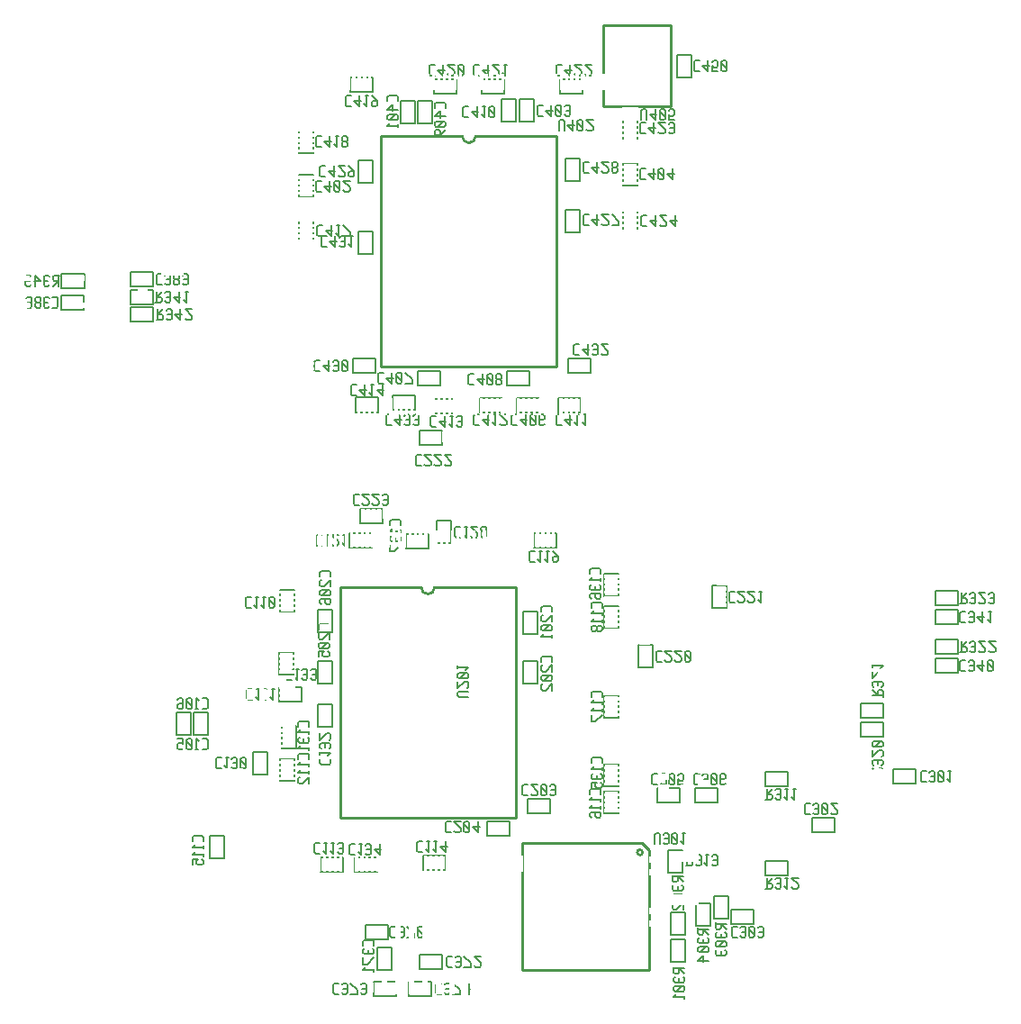
<source format=gbr>
G04 Title: (unknown), silkscreen, solder side *
G04 Creator: pcb-bin 1.99p *
G04 CreationDate: Sat Nov 20 18:57:41 2004 UTC *
G04 For: clock *
G04 Format: Gerber/RS-274X *
G04 PCB-Dimensions: 394051 394051 *
G04 PCB-Coordinate-Origin: lower left *
%MOIN*%
%FSLAX24Y24*%
%IPPOS*%
%ADD11C,0.0070*%
%ADD12C,0.0270*%
%ADD13C,0.0250*%
%ADD14C,0.0450*%
%ADD15C,0.0100*%
%ADD16C,0.0300*%
%ADD17C,0.0400*%
%ADD18C,0.0600*%
%ADD19C,0.0150*%
%ADD20C,0.0350*%
%ADD21R,0.0710X0.0710*%
%ADD22R,0.1010X0.1010*%
%ADD23C,0.0200*%
%ADD24C,0.0080*%
%ADD25R,0.0240X0.0240*%
%ADD26R,0.0540X0.0540*%
%ADD27C,0.0060*%
%ADD28C,0.0110*%
%ADD29C,0.0410*%
%ADD30R,0.0110X0.0110*%
%ADD31R,0.0410X0.0410*%
%ADD32C,0.0500*%
%ADD33R,0.0200X0.0200*%
%ADD34R,0.0500X0.0500*%
%ADD35C,0.0120*%
%ADD36C,0.0420*%
%ADD37R,0.0120X0.0120*%
%ADD38R,0.0420X0.0420*%
%ADD39R,0.0600X0.0600*%
%ADD40R,0.0900X0.0900X0.0600X0.0600*%
%ADD41R,0.0900X0.0900*%
%ADD42C,0.0900X0.0600*%
%ADD43C,0.0900*%
%ADD44R,0.1230X0.1230*%
%ADD45R,0.1530X0.1530*%
%ADD46R,0.0290X0.0290*%
%ADD47C,0.0520*%
%AMTHERM1*7,0,0,0.0720,0.0520,0.0110,45*%
%ADD48THERM1*%
%ADD49C,0.0720X0.0520*%
%ADD50C,0.0720*%
%AMTHERM2*7,0,0,0.0900,0.0600,0.0150,45*%
%ADD51THERM2*%
%ADD52C,0.3000*%
%ADD53C,0.3200X0.3000*%
%ADD54C,0.3200*%
%ADD55R,0.0470X0.0470*%
%ADD56R,0.0490X0.0490*%
%ADD57R,0.0790X0.0790*%
%ADD58R,0.0150X0.0150*%
%ADD59R,0.0450X0.0450*%
%ADD60C,0.1080*%
%ADD61C,0.0230*%
%AMTHERM3*7,0,0,0.1280,0.1080,0.0230,45*%
%ADD62THERM3*%
%ADD63C,0.1280X0.1080*%
%ADD64C,0.1280*%
%ADD65C,0.0640*%
%ADD66C,0.0840X0.0640*%
%ADD67C,0.0840*%
%AMTHERM4*7,0,0,0.0840,0.0640,0.0120,45*%
%ADD68THERM4*%
%ADD69C,0.1470*%
%ADD70C,0.1670X0.1470*%
%ADD71C,0.1670*%
%ADD72C,0.0145*%
%AMTHERM5*7,0,0,0.0840,0.0640,0.0145,45*%
%ADD73THERM5*%
%ADD74C,0.1150*%
%AMTHERM6*7,0,0,0.1350,0.1150,0.0120,45*%
%ADD75THERM6*%
%ADD76C,0.1350X0.1150*%
%ADD77C,0.1350*%
%ADD78C,0.0560*%
%ADD79C,0.0720X0.0560*%
%ADD80C,0.0800X0.0560*%
%ADD81C,0.0800*%
%AMTHERM7*7,0,0,0.0800,0.0560,0.0100,45*%
%ADD82THERM7*%
%ADD83C,0.0160*%
%ADD84C,0.0460*%
%ADD85R,0.0160X0.0160*%
%ADD86R,0.0460X0.0460*%
%ADD87R,0.2000X0.2000*%
%ADD88R,0.2200X0.2200*%
%ADD89R,0.2350X0.2350*%
%ADD90R,0.1100X0.1100*%
%ADD91R,0.1300X0.1300X0.1100X0.1100*%
%ADD92R,0.1300X0.1300*%
%ADD93R,0.0950X0.0950*%
%ADD94R,0.1150X0.1150X0.0950X0.0950*%
%ADD95R,0.1150X0.1150*%
%ADD96R,0.1180X0.1180*%
%ADD97R,0.1380X0.1380*%
%ADD98R,0.0400X0.0400*%
%ADD99R,0.1000X0.1000*%
%ADD100R,0.1200X0.1200*%
%ADD101R,0.0300X0.0300*%
%ADD102R,0.0250X0.0250*%
%ADD103R,0.0170X0.0170*%
%ADD104R,0.0560X0.0560*%
%ADD105R,0.0860X0.0860*%
%ADD106R,0.1220X0.1220*%
%ADD107R,0.1520X0.1520*%
%ADD108R,0.0800X0.0800*%
%ADD109C,0.0084*%
%ADD110C,0.0092*%
%ADD111C,0.0450X0.0250*%
%ADD112C,0.0125*%
%AMTHERM8*7,0,0,0.0800,0.0600,0.0125,45*%
%ADD113THERM8*%
%ADD114C,0.0800X0.0600*%
%ADD115C,0.0075*%
%AMTHERM9*7,0,0,0.0450,0.0250,0.0075,45*%
%ADD116THERM9*%
%ADD117C,0.0360*%
%ADD118C,0.0560X0.0360*%
%AMTHERM10*7,0,0,0.0560,0.0360,0.0080,45*%
%ADD119THERM10*%
%LNGROUP_3*%
%LPD*%
G01X0Y0D02*
G54D27*X21820Y23925D02*Y23385D01*
X20980D02*X21820D01*
X20980Y23925D02*Y23385D01*
Y23925D02*X21820D01*
G04 Text: C432 *
G54D24*X21250Y24455D02*X21400D01*
X21200Y24405D02*X21250Y24455D01*
X21200Y24105D02*Y24405D01*
Y24105D02*X21250Y24055D01*
X21400D01*
X21520Y24255D02*X21720Y24055D01*
X21520Y24255D02*X21770D01*
X21720Y24055D02*Y24455D01*
X21890Y24105D02*X21940Y24055D01*
X22040D01*
X22090Y24105D01*
Y24405D01*
X22040Y24455D02*X22090Y24405D01*
X21940Y24455D02*X22040D01*
X21890Y24405D02*X21940Y24455D01*
Y24255D02*X22090D01*
X22210Y24105D02*X22260Y24055D01*
X22410D01*
X22460Y24105D01*
Y24205D01*
X22210Y24455D02*X22460Y24205D01*
X22210Y24455D02*X22460D01*
G54D27*X13230Y27785D02*X13770D01*
X13230Y28625D02*Y27785D01*
Y28625D02*X13770D01*
Y27785D01*
G04 Text: C431 *
G54D24*X11900Y28455D02*X12050D01*
X11850Y28405D02*X11900Y28455D01*
X11850Y28105D02*Y28405D01*
Y28105D02*X11900Y28055D01*
X12050D01*
X12170Y28255D02*X12370Y28055D01*
X12170Y28255D02*X12420D01*
X12370Y28055D02*Y28455D01*
X12540Y28105D02*X12590Y28055D01*
X12690D01*
X12740Y28105D01*
Y28405D01*
X12690Y28455D02*X12740Y28405D01*
X12590Y28455D02*X12690D01*
X12540Y28405D02*X12590Y28455D01*
Y28255D02*X12740D01*
X12910Y28455D02*X13010D01*
X12960Y28055D02*Y28455D01*
X12860Y28155D02*X12960Y28055D01*
G54D27*X13870Y23925D02*Y23385D01*
X13030D02*X13870D01*
X13030Y23925D02*Y23385D01*
Y23925D02*X13870D01*
G04 Text: C430 *
G54D24*X11650Y23855D02*X11800D01*
X11600Y23805D02*X11650Y23855D01*
X11600Y23505D02*Y23805D01*
Y23505D02*X11650Y23455D01*
X11800D01*
X11920Y23655D02*X12120Y23455D01*
X11920Y23655D02*X12170D01*
X12120Y23455D02*Y23855D01*
X12290Y23505D02*X12340Y23455D01*
X12440D01*
X12490Y23505D01*
Y23805D01*
X12440Y23855D02*X12490Y23805D01*
X12340Y23855D02*X12440D01*
X12290Y23805D02*X12340Y23855D01*
Y23655D02*X12490D01*
X12610Y23805D02*X12660Y23855D01*
X12610Y23505D02*Y23805D01*
Y23505D02*X12660Y23455D01*
X12760D01*
X12810Y23505D01*
Y23805D01*
X12760Y23855D02*X12810Y23805D01*
X12660Y23855D02*X12760D01*
X12610Y23755D02*X12810Y23555D01*
G54D27*X20880Y28585D02*X21420D01*
X20880Y29425D02*Y28585D01*
Y29425D02*X21420D01*
Y28585D01*
G04 Text: C427 *
G54D24*X21600Y29255D02*X21750D01*
X21550Y29205D02*X21600Y29255D01*
X21550Y28905D02*Y29205D01*
Y28905D02*X21600Y28855D01*
X21750D01*
X21870Y29055D02*X22070Y28855D01*
X21870Y29055D02*X22120D01*
X22070Y28855D02*Y29255D01*
X22240Y28905D02*X22290Y28855D01*
X22440D01*
X22490Y28905D01*
Y29005D01*
X22240Y29255D02*X22490Y29005D01*
X22240Y29255D02*X22490D01*
X22610D02*X22860Y29005D01*
Y28855D02*Y29005D01*
X22610Y28855D02*X22860D01*
G54D27*X20880Y30485D02*X21420D01*
X20880Y31325D02*Y30485D01*
Y31325D02*X21420D01*
Y30485D01*
G04 Text: C428 *
G54D24*X21600Y31205D02*X21750D01*
X21550Y31155D02*X21600Y31205D01*
X21550Y30855D02*Y31155D01*
Y30855D02*X21600Y30805D01*
X21750D01*
X21870Y31005D02*X22070Y30805D01*
X21870Y31005D02*X22120D01*
X22070Y30805D02*Y31205D01*
X22240Y30855D02*X22290Y30805D01*
X22440D01*
X22490Y30855D01*
Y30955D01*
X22240Y31205D02*X22490Y30955D01*
X22240Y31205D02*X22490D01*
X22610Y31155D02*X22660Y31205D01*
X22610Y31055D02*Y31155D01*
Y31055D02*X22660Y31005D01*
X22760D01*
X22810Y31055D01*
Y31155D01*
X22760Y31205D02*X22810Y31155D01*
X22660Y31205D02*X22760D01*
X22610Y30955D02*X22660Y31005D01*
X22610Y30855D02*Y30955D01*
Y30855D02*X22660Y30805D01*
X22760D01*
X22810Y30855D01*
Y30955D01*
X22760Y31005D02*X22810Y30955D01*
G54D27*X13930Y2125D02*X14470D01*
Y1285D01*
X13930D02*X14470D01*
X13930Y2125D02*Y1285D01*
G04 Text: C371 *
G54D24*X13800Y2205D02*Y2355D01*
X13750Y2405D02*X13800Y2355D01*
X13450Y2405D02*X13750D01*
X13450D02*X13400Y2355D01*
Y2205D02*Y2355D01*
X13450Y2085D02*X13400Y2035D01*
Y1935D02*Y2035D01*
Y1935D02*X13450Y1885D01*
X13750D01*
X13800Y1935D02*X13750Y1885D01*
X13800Y1935D02*Y2035D01*
X13750Y2085D02*X13800Y2035D01*
X13600Y1885D02*Y2035D01*
X13800Y1764D02*X13550Y1514D01*
X13400D02*X13550D01*
X13400D02*Y1764D01*
X13800Y1244D02*Y1344D01*
X13400Y1294D02*X13800D01*
X13500Y1394D02*X13400Y1294D01*
G54D27*X15480Y1335D02*Y1875D01*
X16320D01*
Y1335D01*
X15480D01*
G04 Text: C372 *
G54D24*X16550Y1805D02*X16700D01*
X16500Y1755D02*X16550Y1805D01*
X16500Y1455D02*Y1755D01*
Y1455D02*X16550Y1405D01*
X16700D01*
X16820Y1455D02*X16870Y1405D01*
X16970D01*
X17020Y1455D01*
Y1755D01*
X16970Y1805D02*X17020Y1755D01*
X16870Y1805D02*X16970D01*
X16820Y1755D02*X16870Y1805D01*
Y1605D02*X17020D01*
X17140Y1805D02*X17390Y1555D01*
Y1405D02*Y1555D01*
X17140Y1405D02*X17390D01*
X17510Y1455D02*X17560Y1405D01*
X17710D01*
X17760Y1455D01*
Y1555D01*
X17510Y1805D02*X17760Y1555D01*
X17510Y1805D02*X17760D01*
G54D27*X11730Y12725D02*X12270D01*
Y11885D01*
X11730D02*X12270D01*
X11730Y12725D02*Y11885D01*
G04 Text: C205 *
G54D24*X12150Y13905D02*Y14055D01*
X12100Y14105D02*X12150Y14055D01*
X11800Y14105D02*X12100D01*
X11800D02*X11750Y14055D01*
Y13905D02*Y14055D01*
X11800Y13785D02*X11750Y13735D01*
Y13585D02*Y13735D01*
Y13585D02*X11800Y13535D01*
X11900D01*
X12150Y13785D02*X11900Y13535D01*
X12150D02*Y13785D01*
X12100Y13414D02*X12150Y13364D01*
X11800Y13414D02*X12100D01*
X11800D02*X11750Y13364D01*
Y13264D02*Y13364D01*
Y13264D02*X11800Y13214D01*
X12100D01*
X12150Y13264D02*X12100Y13214D01*
X12150Y13264D02*Y13364D01*
X12050Y13414D02*X11850Y13214D01*
X11750Y12894D02*Y13094D01*
X11950D01*
X11900Y13044D01*
Y12944D02*Y13044D01*
Y12944D02*X11950Y12894D01*
X12100D01*
X12150Y12944D02*X12100Y12894D01*
X12150Y12944D02*Y13044D01*
X12100Y13094D02*X12150Y13044D01*
G54D27*X22330Y10635D02*X22870D01*
X22330Y11475D02*Y10635D01*
Y11475D02*X22870D01*
Y10635D01*
G04 Text: C117 *
G54D24*X22250Y11405D02*Y11555D01*
X22200Y11605D02*X22250Y11555D01*
X21900Y11605D02*X22200D01*
X21900D02*X21850Y11555D01*
Y11405D02*Y11555D01*
X22250Y11135D02*Y11235D01*
X21850Y11185D02*X22250D01*
X21950Y11285D02*X21850Y11185D01*
X22250Y10864D02*Y10964D01*
X21850Y10914D02*X22250D01*
X21950Y11014D02*X21850Y10914D01*
X22250Y10744D02*X22000Y10494D01*
X21850D02*X22000D01*
X21850D02*Y10744D01*
G54D27*X7730Y5435D02*X8270D01*
X7730Y6275D02*Y5435D01*
Y6275D02*X8270D01*
Y5435D01*
G04 Text: C115 *
G54D24*X7480Y6055D02*Y6205D01*
X7430Y6255D02*X7480Y6205D01*
X7130Y6255D02*X7430D01*
X7130D02*X7080Y6205D01*
Y6055D02*Y6205D01*
X7480Y5785D02*Y5885D01*
X7080Y5835D02*X7480D01*
X7180Y5935D02*X7080Y5835D01*
X7480Y5514D02*Y5614D01*
X7080Y5564D02*X7480D01*
X7180Y5664D02*X7080Y5564D01*
Y5194D02*Y5394D01*
X7280D01*
X7230Y5344D01*
Y5244D02*Y5344D01*
Y5244D02*X7280Y5194D01*
X7430D01*
X7480Y5244D02*X7430Y5194D01*
X7480Y5244D02*Y5344D01*
X7430Y5394D02*X7480Y5344D01*
G54D27*X13720Y17475D02*Y16935D01*
X12880D02*X13720D01*
X12880Y17475D02*Y16935D01*
Y17475D02*X13720D01*
G04 Text: C121 *
G54D24*X11700Y17405D02*X11850D01*
X11650Y17355D02*X11700Y17405D01*
X11650Y17055D02*Y17355D01*
Y17055D02*X11700Y17005D01*
X11850D01*
X12020Y17405D02*X12120D01*
X12070Y17005D02*Y17405D01*
X11970Y17105D02*X12070Y17005D01*
X12240Y17055D02*X12290Y17005D01*
X12440D01*
X12490Y17055D01*
Y17155D01*
X12240Y17405D02*X12490Y17155D01*
X12240Y17405D02*X12490D01*
X12660D02*X12760D01*
X12710Y17005D02*Y17405D01*
X12610Y17105D02*X12710Y17005D01*
G54D27*X20570Y17475D02*Y16935D01*
X19730D02*X20570D01*
X19730Y17475D02*Y16935D01*
Y17475D02*X20570D01*
G04 Text: C119 *
G54D24*X19600Y16805D02*X19750D01*
X19550Y16755D02*X19600Y16805D01*
X19550Y16455D02*Y16755D01*
Y16455D02*X19600Y16405D01*
X19750D01*
X19920Y16805D02*X20020D01*
X19970Y16405D02*Y16805D01*
X19870Y16505D02*X19970Y16405D01*
X20190Y16805D02*X20290D01*
X20240Y16405D02*Y16805D01*
X20140Y16505D02*X20240Y16405D01*
X20410Y16805D02*X20610Y16605D01*
Y16455D02*Y16605D01*
X20560Y16405D02*X20610Y16455D01*
X20460Y16405D02*X20560D01*
X20410Y16455D02*X20460Y16405D01*
X20410Y16455D02*Y16555D01*
X20460Y16605D01*
X20610D01*
G54D27*X19330Y11885D02*X19870D01*
X19330Y12725D02*Y11885D01*
Y12725D02*X19870D01*
Y11885D01*
G04 Text: C202 *
G54D24*X20400Y12705D02*Y12855D01*
X20350Y12905D02*X20400Y12855D01*
X20050Y12905D02*X20350D01*
X20050D02*X20000Y12855D01*
Y12705D02*Y12855D01*
X20050Y12585D02*X20000Y12535D01*
Y12385D02*Y12535D01*
Y12385D02*X20050Y12335D01*
X20150D01*
X20400Y12585D02*X20150Y12335D01*
X20400D02*Y12585D01*
X20350Y12214D02*X20400Y12164D01*
X20050Y12214D02*X20350D01*
X20050D02*X20000Y12164D01*
Y12064D02*Y12164D01*
Y12064D02*X20050Y12014D01*
X20350D01*
X20400Y12064D02*X20350Y12014D01*
X20400Y12064D02*Y12164D01*
X20300Y12214D02*X20100Y12014D01*
X20050Y11894D02*X20000Y11844D01*
Y11694D02*Y11844D01*
Y11694D02*X20050Y11644D01*
X20150D01*
X20400Y11894D02*X20150Y11644D01*
X20400D02*Y11894D01*
G54D27*X19330Y13735D02*X19870D01*
X19330Y14575D02*Y13735D01*
Y14575D02*X19870D01*
Y13735D01*
G04 Text: C201 *
G54D24*X20400Y14555D02*Y14705D01*
X20350Y14755D02*X20400Y14705D01*
X20050Y14755D02*X20350D01*
X20050D02*X20000Y14705D01*
Y14555D02*Y14705D01*
X20050Y14435D02*X20000Y14385D01*
Y14235D02*Y14385D01*
Y14235D02*X20050Y14185D01*
X20150D01*
X20400Y14435D02*X20150Y14185D01*
X20400D02*Y14435D01*
X20350Y14064D02*X20400Y14014D01*
X20050Y14064D02*X20350D01*
X20050D02*X20000Y14014D01*
Y13914D02*Y14014D01*
Y13914D02*X20050Y13864D01*
X20350D01*
X20400Y13914D02*X20350Y13864D01*
X20400Y13914D02*Y14014D01*
X20300Y14064D02*X20100Y13864D01*
X20400Y13594D02*Y13694D01*
X20000Y13644D02*X20400D01*
X20100Y13744D02*X20000Y13644D01*
G54D27*X16870Y34275D02*Y33735D01*
X16030D02*X16870D01*
X16030Y34275D02*Y33735D01*
Y34275D02*X16870D01*
G04 Text: C420 *
G54D24*X15900Y34805D02*X16050D01*
X15850Y34755D02*X15900Y34805D01*
X15850Y34455D02*Y34755D01*
Y34455D02*X15900Y34405D01*
X16050D01*
X16170Y34605D02*X16370Y34405D01*
X16170Y34605D02*X16420D01*
X16370Y34405D02*Y34805D01*
X16540Y34455D02*X16590Y34405D01*
X16740D01*
X16790Y34455D01*
Y34555D01*
X16540Y34805D02*X16790Y34555D01*
X16540Y34805D02*X16790D01*
X16910Y34755D02*X16960Y34805D01*
X16910Y34455D02*Y34755D01*
Y34455D02*X16960Y34405D01*
X17060D01*
X17110Y34455D01*
Y34755D01*
X17060Y34805D02*X17110Y34755D01*
X16960Y34805D02*X17060D01*
X16910Y34705D02*X17110Y34505D01*
G54D27*X22330Y13935D02*X22870D01*
X22330Y14775D02*Y13935D01*
Y14775D02*X22870D01*
Y13935D01*
G04 Text: C118 *
G54D24*X22250Y14705D02*Y14855D01*
X22200Y14905D02*X22250Y14855D01*
X21900Y14905D02*X22200D01*
X21900D02*X21850Y14855D01*
Y14705D02*Y14855D01*
X22250Y14435D02*Y14535D01*
X21850Y14485D02*X22250D01*
X21950Y14585D02*X21850Y14485D01*
X22250Y14164D02*Y14264D01*
X21850Y14214D02*X22250D01*
X21950Y14314D02*X21850Y14214D01*
X22200Y14044D02*X22250Y13994D01*
X22100Y14044D02*X22200D01*
X22100D02*X22050Y13994D01*
Y13894D02*Y13994D01*
Y13894D02*X22100Y13844D01*
X22200D01*
X22250Y13894D02*X22200Y13844D01*
X22250Y13894D02*Y13994D01*
X22000Y14044D02*X22050Y13994D01*
X21900Y14044D02*X22000D01*
X21900D02*X21850Y13994D01*
Y13894D02*Y13994D01*
Y13894D02*X21900Y13844D01*
X22000D01*
X22050Y13894D02*X22000Y13844D01*
G54D27*X17980Y6815D02*Y6275D01*
Y6815D02*X18820D01*
Y6275D01*
X17980D02*X18820D01*
G04 Text: C204 *
G54D24*X16500Y6795D02*X16650D01*
X16450Y6745D02*X16500Y6795D01*
X16450Y6445D02*Y6745D01*
Y6445D02*X16500Y6395D01*
X16650D01*
X16770Y6445D02*X16820Y6395D01*
X16970D01*
X17020Y6445D01*
Y6545D01*
X16770Y6795D02*X17020Y6545D01*
X16770Y6795D02*X17020D01*
X17140Y6745D02*X17190Y6795D01*
X17140Y6445D02*Y6745D01*
Y6445D02*X17190Y6395D01*
X17290D01*
X17340Y6445D01*
Y6745D01*
X17290Y6795D02*X17340Y6745D01*
X17190Y6795D02*X17290D01*
X17140Y6695D02*X17340Y6495D01*
X17460Y6595D02*X17660Y6395D01*
X17460Y6595D02*X17710D01*
X17660Y6395D02*Y6795D01*
G54D27*X6480Y9985D02*X7020D01*
X6480D02*Y10825D01*
X7020D01*
Y9985D02*Y10825D01*
G04 Text: C105 *
G54D24*X7450Y9455D02*X7600D01*
X7650Y9505D02*X7600Y9455D01*
X7650Y9505D02*Y9805D01*
X7600Y9855D01*
X7450D02*X7600D01*
X7179Y9455D02*X7279D01*
X7229D02*Y9855D01*
X7329Y9755D02*X7229Y9855D01*
X7059Y9505D02*X7009Y9455D01*
X7059Y9505D02*Y9805D01*
X7009Y9855D01*
X6909D02*X7009D01*
X6909D02*X6859Y9805D01*
Y9505D02*Y9805D01*
X6909Y9455D02*X6859Y9505D01*
X6909Y9455D02*X7009D01*
X7059Y9555D02*X6859Y9755D01*
X6539Y9855D02*X6739D01*
Y9655D02*Y9855D01*
Y9655D02*X6689Y9705D01*
X6589D02*X6689D01*
X6589D02*X6539Y9655D01*
Y9505D02*Y9655D01*
X6589Y9455D02*X6539Y9505D01*
X6589Y9455D02*X6689D01*
X6739Y9505D02*X6689Y9455D01*
G54D27*X10330Y8285D02*X10870D01*
X10330Y9125D02*Y8285D01*
Y9125D02*X10870D01*
Y8285D01*
G04 Text: C112 *
G54D24*X11400Y9105D02*Y9255D01*
X11350Y9305D02*X11400Y9255D01*
X11050Y9305D02*X11350D01*
X11050D02*X11000Y9255D01*
Y9105D02*Y9255D01*
X11400Y8835D02*Y8935D01*
X11000Y8885D02*X11400D01*
X11100Y8985D02*X11000Y8885D01*
X11400Y8564D02*Y8664D01*
X11000Y8614D02*X11400D01*
X11100Y8714D02*X11000Y8614D01*
X11050Y8444D02*X11000Y8394D01*
Y8244D02*Y8394D01*
Y8244D02*X11050Y8194D01*
X11150D01*
X11400Y8444D02*X11150Y8194D01*
X11400D02*Y8444D01*
G54D27*X22330Y7085D02*X22870D01*
X22330Y7925D02*Y7085D01*
Y7925D02*X22870D01*
Y7085D01*
G04 Text: C116 *
G54D24*X22200Y7805D02*Y7955D01*
X22150Y8005D02*X22200Y7955D01*
X21850Y8005D02*X22150D01*
X21850D02*X21800Y7955D01*
Y7805D02*Y7955D01*
X22200Y7535D02*Y7635D01*
X21800Y7585D02*X22200D01*
X21900Y7685D02*X21800Y7585D01*
X22200Y7264D02*Y7364D01*
X21800Y7314D02*X22200D01*
X21900Y7414D02*X21800Y7314D01*
Y6994D02*X21850Y6944D01*
X21800Y6994D02*Y7094D01*
X21850Y7144D02*X21800Y7094D01*
X21850Y7144D02*X22150D01*
X22200Y7094D01*
X22000Y6994D02*X22050Y6944D01*
X22000Y6994D02*Y7144D01*
X22200Y6994D02*Y7094D01*
Y6994D02*X22150Y6944D01*
X22050D02*X22150D01*
G54D27*X7130Y9985D02*X7670D01*
X7130D02*Y10825D01*
X7670D01*
Y9985D02*Y10825D01*
G04 Text: C106 *
G54D24*X7450Y10955D02*X7600D01*
X7650Y11005D02*X7600Y10955D01*
X7650Y11005D02*Y11305D01*
X7600Y11355D01*
X7450D02*X7600D01*
X7179Y10955D02*X7279D01*
X7229D02*Y11355D01*
X7329Y11255D02*X7229Y11355D01*
X7059Y11005D02*X7009Y10955D01*
X7059Y11005D02*Y11305D01*
X7009Y11355D01*
X6909D02*X7009D01*
X6909D02*X6859Y11305D01*
Y11005D02*Y11305D01*
X6909Y10955D02*X6859Y11005D01*
X6909Y10955D02*X7009D01*
X7059Y11055D02*X6859Y11255D01*
X6589Y11355D02*X6539Y11305D01*
X6589Y11355D02*X6689D01*
X6739Y11305D02*X6689Y11355D01*
X6739Y11005D02*Y11305D01*
Y11005D02*X6689Y10955D01*
X6589Y11155D02*X6539Y11105D01*
X6589Y11155D02*X6739D01*
X6589Y10955D02*X6689D01*
X6589D02*X6539Y11005D01*
Y11105D01*
G54D27*X11120Y11775D02*Y11235D01*
X10280D02*X11120D01*
X10280Y11775D02*Y11235D01*
Y11775D02*X11120D01*
G04 Text: C111 *
G54D24*X9150Y11705D02*X9300D01*
X9100Y11655D02*X9150Y11705D01*
X9100Y11355D02*Y11655D01*
Y11355D02*X9150Y11305D01*
X9300D01*
X9470Y11705D02*X9570D01*
X9520Y11305D02*Y11705D01*
X9420Y11405D02*X9520Y11305D01*
X9740Y11705D02*X9840D01*
X9790Y11305D02*Y11705D01*
X9690Y11405D02*X9790Y11305D01*
X10010Y11705D02*X10110D01*
X10060Y11305D02*Y11705D01*
X9960Y11405D02*X10060Y11305D01*
G54D27*X15630Y5525D02*Y4985D01*
Y5525D02*X16470D01*
Y4985D01*
X15630D02*X16470D01*
G04 Text: C114 *
G54D24*X15450Y6055D02*X15600D01*
X15400Y6005D02*X15450Y6055D01*
X15400Y5705D02*Y6005D01*
Y5705D02*X15450Y5655D01*
X15600D01*
X15770Y6055D02*X15870D01*
X15820Y5655D02*Y6055D01*
X15720Y5755D02*X15820Y5655D01*
X16040Y6055D02*X16140D01*
X16090Y5655D02*Y6055D01*
X15990Y5755D02*X16090Y5655D01*
X16260Y5855D02*X16460Y5655D01*
X16260Y5855D02*X16510D01*
X16460Y5655D02*Y6055D01*
G54D27*X11830Y4935D02*Y5475D01*
X12670D01*
Y4935D02*Y5475D01*
X11830Y4935D02*X12670D01*
G04 Text: C113 *
G54D24*X11650Y6005D02*X11800D01*
X11600Y5955D02*X11650Y6005D01*
X11600Y5655D02*Y5955D01*
Y5655D02*X11650Y5605D01*
X11800D01*
X11970Y6005D02*X12070D01*
X12020Y5605D02*Y6005D01*
X11920Y5705D02*X12020Y5605D01*
X12240Y6005D02*X12340D01*
X12290Y5605D02*Y6005D01*
X12190Y5705D02*X12290Y5605D01*
X12460Y5655D02*X12510Y5605D01*
X12610D01*
X12660Y5655D01*
Y5955D01*
X12610Y6005D02*X12660Y5955D01*
X12510Y6005D02*X12610D01*
X12460Y5955D02*X12510Y6005D01*
Y5805D02*X12660D01*
G54D27*X20320Y7625D02*Y7085D01*
X19480D02*X20320D01*
X19480Y7625D02*Y7085D01*
Y7625D02*X20320D01*
G04 Text: C203 *
G54D24*X19350Y8155D02*X19500D01*
X19300Y8105D02*X19350Y8155D01*
X19300Y7805D02*Y8105D01*
Y7805D02*X19350Y7755D01*
X19500D01*
X19620Y7805D02*X19670Y7755D01*
X19820D01*
X19870Y7805D01*
Y7905D01*
X19620Y8155D02*X19870Y7905D01*
X19620Y8155D02*X19870D01*
X19990Y8105D02*X20040Y8155D01*
X19990Y7805D02*Y8105D01*
Y7805D02*X20040Y7755D01*
X20140D01*
X20190Y7805D01*
Y8105D01*
X20140Y8155D02*X20190Y8105D01*
X20040Y8155D02*X20140D01*
X19990Y8055D02*X20190Y7855D01*
X20310Y7805D02*X20360Y7755D01*
X20460D01*
X20510Y7805D01*
Y8105D01*
X20460Y8155D02*X20510Y8105D01*
X20360Y8155D02*X20460D01*
X20310Y8105D02*X20360Y8155D01*
Y7955D02*X20510D01*
G54D27*X14620Y335D02*Y875D01*
X13780Y335D02*X14620D01*
X13780D02*Y875D01*
X14620D01*
G04 Text: C373 *
G54D24*X12350Y805D02*X12500D01*
X12300Y755D02*X12350Y805D01*
X12300Y455D02*Y755D01*
Y455D02*X12350Y405D01*
X12500D01*
X12620Y455D02*X12670Y405D01*
X12770D01*
X12820Y455D01*
Y755D01*
X12770Y805D02*X12820Y755D01*
X12670Y805D02*X12770D01*
X12620Y755D02*X12670Y805D01*
Y605D02*X12820D01*
X12940Y805D02*X13190Y555D01*
Y405D02*Y555D01*
X12940Y405D02*X13190D01*
X13310Y455D02*X13360Y405D01*
X13460D01*
X13510Y455D01*
Y755D01*
X13460Y805D02*X13510Y755D01*
X13360Y805D02*X13460D01*
X13310Y755D02*X13360Y805D01*
Y605D02*X13510D01*
G54D27*X15920Y875D02*Y335D01*
X15080D02*X15920D01*
X15080Y875D02*Y335D01*
Y875D02*X15920D01*
G04 Text: C374 *
G54D24*X16150Y805D02*X16300D01*
X16100Y755D02*X16150Y805D01*
X16100Y455D02*Y755D01*
Y455D02*X16150Y405D01*
X16300D01*
X16420Y455D02*X16470Y405D01*
X16570D01*
X16620Y455D01*
Y755D01*
X16570Y805D02*X16620Y755D01*
X16470Y805D02*X16570D01*
X16420Y755D02*X16470Y805D01*
Y605D02*X16620D01*
X16740Y805D02*X16990Y555D01*
Y405D02*Y555D01*
X16740Y405D02*X16990D01*
X17110Y605D02*X17310Y405D01*
X17110Y605D02*X17360D01*
X17310Y405D02*Y805D01*
G54D27*X14480Y22575D02*Y22035D01*
Y22575D02*X15320D01*
Y22035D01*
X14480D02*X15320D01*
G04 Text: C433 *
G54D24*X14300Y21855D02*X14450D01*
X14250Y21805D02*X14300Y21855D01*
X14250Y21505D02*Y21805D01*
Y21505D02*X14300Y21455D01*
X14450D01*
X14570Y21655D02*X14770Y21455D01*
X14570Y21655D02*X14820D01*
X14770Y21455D02*Y21855D01*
X14940Y21505D02*X14990Y21455D01*
X15090D01*
X15140Y21505D01*
Y21805D01*
X15090Y21855D02*X15140Y21805D01*
X14990Y21855D02*X15090D01*
X14940Y21805D02*X14990Y21855D01*
Y21655D02*X15140D01*
X15260Y21505D02*X15310Y21455D01*
X15410D01*
X15460Y21505D01*
Y21805D01*
X15410Y21855D02*X15460Y21805D01*
X15310Y21855D02*X15410D01*
X15260Y21805D02*X15310Y21855D01*
Y21655D02*X15460D01*
G54D27*X26380Y3185D02*X26920D01*
X26380Y4025D02*Y3185D01*
Y4025D02*X26920D01*
Y3185D01*
G04 Text: R303 *
G54D24*X26450Y2855D02*Y3055D01*
Y2855D02*X26500Y2805D01*
X26600D01*
X26650Y2855D02*X26600Y2805D01*
X26650Y2855D02*Y3005D01*
X26450D02*X26850D01*
X26650D02*X26850Y2805D01*
X26500Y2685D02*X26450Y2635D01*
Y2535D02*Y2635D01*
Y2535D02*X26500Y2485D01*
X26800D01*
X26850Y2535D02*X26800Y2485D01*
X26850Y2535D02*Y2635D01*
X26800Y2685D02*X26850Y2635D01*
X26650Y2485D02*Y2635D01*
X26800Y2364D02*X26850Y2314D01*
X26500Y2364D02*X26800D01*
X26500D02*X26450Y2314D01*
Y2214D02*Y2314D01*
Y2214D02*X26500Y2164D01*
X26800D01*
X26850Y2214D02*X26800Y2164D01*
X26850Y2214D02*Y2314D01*
X26750Y2364D02*X26550Y2164D01*
X26500Y2044D02*X26450Y1994D01*
Y1894D02*Y1994D01*
Y1894D02*X26500Y1844D01*
X26800D01*
X26850Y1894D02*X26800Y1844D01*
X26850Y1894D02*Y1994D01*
X26800Y2044D02*X26850Y1994D01*
X26650Y1844D02*Y1994D01*
G54D27*X10330Y15375D02*X10870D01*
Y14535D01*
X10330D02*X10870D01*
X10330Y15375D02*Y14535D01*
G04 Text: C110 *
G54D24*X9100Y15105D02*X9250D01*
X9050Y15055D02*X9100Y15105D01*
X9050Y14755D02*Y15055D01*
Y14755D02*X9100Y14705D01*
X9250D01*
X9420Y15105D02*X9520D01*
X9470Y14705D02*Y15105D01*
X9370Y14805D02*X9470Y14705D01*
X9690Y15105D02*X9790D01*
X9740Y14705D02*Y15105D01*
X9640Y14805D02*X9740Y14705D01*
X9910Y15055D02*X9960Y15105D01*
X9910Y14755D02*Y15055D01*
Y14755D02*X9960Y14705D01*
X10060D01*
X10110Y14755D01*
Y15055D01*
X10060Y15105D02*X10110Y15055D01*
X9960Y15105D02*X10060D01*
X9910Y15005D02*X10110Y14805D01*
G54D27*X11030Y31535D02*X11570D01*
X11030Y32375D02*Y31535D01*
Y32375D02*X11570D01*
Y31535D01*
G04 Text: C418 *
G54D24*X11700Y32155D02*X11850D01*
X11650Y32105D02*X11700Y32155D01*
X11650Y31805D02*Y32105D01*
Y31805D02*X11700Y31755D01*
X11850D01*
X11970Y31955D02*X12170Y31755D01*
X11970Y31955D02*X12220D01*
X12170Y31755D02*Y32155D01*
X12390D02*X12490D01*
X12440Y31755D02*Y32155D01*
X12340Y31855D02*X12440Y31755D01*
X12610Y32105D02*X12660Y32155D01*
X12610Y32005D02*Y32105D01*
Y32005D02*X12660Y31955D01*
X12760D01*
X12810Y32005D01*
Y32105D01*
X12760Y32155D02*X12810Y32105D01*
X12660Y32155D02*X12760D01*
X12610Y31905D02*X12660Y31955D01*
X12610Y31805D02*Y31905D01*
Y31805D02*X12660Y31755D01*
X12760D01*
X12810Y31805D01*
Y31905D01*
X12760Y31955D02*X12810Y31905D01*
G54D27*X14320Y2975D02*Y2435D01*
X13480D02*X14320D01*
X13480Y2975D02*Y2435D01*
Y2975D02*X14320D01*
G04 Text: C370 *
G54D24*X14450Y2905D02*X14600D01*
X14400Y2855D02*X14450Y2905D01*
X14400Y2555D02*Y2855D01*
Y2555D02*X14450Y2505D01*
X14600D01*
X14720Y2555D02*X14770Y2505D01*
X14870D01*
X14920Y2555D01*
Y2855D01*
X14870Y2905D02*X14920Y2855D01*
X14770Y2905D02*X14870D01*
X14720Y2855D02*X14770Y2905D01*
Y2705D02*X14920D01*
X15040Y2905D02*X15290Y2655D01*
Y2505D02*Y2655D01*
X15040Y2505D02*X15290D01*
X15410Y2855D02*X15460Y2905D01*
X15410Y2555D02*Y2855D01*
Y2555D02*X15460Y2505D01*
X15560D01*
X15610Y2555D01*
Y2855D01*
X15560Y2905D02*X15610Y2855D01*
X15460Y2905D02*X15560D01*
X15410Y2805D02*X15610Y2605D01*
G54D27*X34580Y15325D02*Y14785D01*
Y15325D02*X35420D01*
Y14785D01*
X34580D02*X35420D01*
G04 Text: R323 *
G54D24*X35500Y14855D02*X35700D01*
X35750Y14905D01*
Y15005D01*
X35700Y15055D02*X35750Y15005D01*
X35550Y15055D02*X35700D01*
X35550Y14855D02*Y15255D01*
Y15055D02*X35750Y15255D01*
X35870Y14905D02*X35920Y14855D01*
X36020D01*
X36070Y14905D01*
Y15205D01*
X36020Y15255D02*X36070Y15205D01*
X35920Y15255D02*X36020D01*
X35870Y15205D02*X35920Y15255D01*
Y15055D02*X36070D01*
X36190Y14905D02*X36240Y14855D01*
X36390D01*
X36440Y14905D01*
Y15005D01*
X36190Y15255D02*X36440Y15005D01*
X36190Y15255D02*X36440D01*
X36560Y14905D02*X36610Y14855D01*
X36710D01*
X36760Y14905D01*
Y15205D01*
X36710Y15255D02*X36760Y15205D01*
X36610Y15255D02*X36710D01*
X36560Y15205D02*X36610Y15255D01*
Y15055D02*X36760D01*
G54D27*X31830Y10635D02*Y11175D01*
X32670D01*
Y10635D01*
X31830D01*
G04 Text: R321 *
G54D24*X32650Y11405D02*Y11605D01*
X32600Y11655D01*
X32500D02*X32600D01*
X32450Y11605D02*X32500Y11655D01*
X32450Y11455D02*Y11605D01*
X32250Y11455D02*X32650D01*
X32450D02*X32250Y11655D01*
X32600Y11775D02*X32650Y11825D01*
Y11925D01*
X32600Y11975D01*
X32300D02*X32600D01*
X32250Y11925D02*X32300Y11975D01*
X32250Y11825D02*Y11925D01*
X32300Y11775D02*X32250Y11825D01*
X32450D02*Y11975D01*
X32600Y12095D02*X32650Y12145D01*
Y12295D01*
X32600Y12345D01*
X32500D02*X32600D01*
X32250Y12095D02*X32500Y12345D01*
X32250Y12095D02*Y12345D01*
Y12515D02*Y12615D01*
Y12565D02*X32650D01*
X32550Y12465D02*X32650Y12565D01*
G54D27*X24780Y2585D02*X25320D01*
X24780Y3425D02*Y2585D01*
Y3425D02*X25320D01*
Y2585D01*
G04 Text: R302 *
G54D24*X24850Y4605D02*Y4805D01*
Y4605D02*X24900Y4555D01*
X25000D01*
X25050Y4605D02*X25000Y4555D01*
X25050Y4605D02*Y4755D01*
X24850D02*X25250D01*
X25050D02*X25250Y4555D01*
X24900Y4435D02*X24850Y4385D01*
Y4285D02*Y4385D01*
Y4285D02*X24900Y4235D01*
X25200D01*
X25250Y4285D02*X25200Y4235D01*
X25250Y4285D02*Y4385D01*
X25200Y4435D02*X25250Y4385D01*
X25050Y4235D02*Y4385D01*
X25200Y4114D02*X25250Y4064D01*
X24900Y4114D02*X25200D01*
X24900D02*X24850Y4064D01*
Y3964D02*Y4064D01*
Y3964D02*X24900Y3914D01*
X25200D01*
X25250Y3964D02*X25200Y3914D01*
X25250Y3964D02*Y4064D01*
X25150Y4114D02*X24950Y3914D01*
X24900Y3794D02*X24850Y3744D01*
Y3594D02*Y3744D01*
Y3594D02*X24900Y3544D01*
X25000D01*
X25250Y3794D02*X25000Y3544D01*
X25250D02*Y3794D01*
G54D27*X35420Y12825D02*Y12285D01*
X34580D02*X35420D01*
X34580Y12825D02*Y12285D01*
Y12825D02*X35420D01*
G04 Text: C340 *
G54D24*X35550Y12755D02*X35700D01*
X35500Y12705D02*X35550Y12755D01*
X35500Y12405D02*Y12705D01*
Y12405D02*X35550Y12355D01*
X35700D01*
X35820Y12405D02*X35870Y12355D01*
X35970D01*
X36020Y12405D01*
Y12705D01*
X35970Y12755D02*X36020Y12705D01*
X35870Y12755D02*X35970D01*
X35820Y12705D02*X35870Y12755D01*
Y12555D02*X36020D01*
X36140D02*X36340Y12355D01*
X36140Y12555D02*X36390D01*
X36340Y12355D02*Y12755D01*
X36510Y12705D02*X36560Y12755D01*
X36510Y12405D02*Y12705D01*
Y12405D02*X36560Y12355D01*
X36660D01*
X36710Y12405D01*
Y12705D01*
X36660Y12755D02*X36710Y12705D01*
X36560Y12755D02*X36660D01*
X36510Y12655D02*X36710Y12455D01*
G54D15*X24000Y5725D02*X23720Y6005D01*
X24000Y5725D02*Y1285D01*
X19280D02*X24000D01*
X19280Y6005D02*Y1285D01*
Y6005D02*X23720D01*
X23750Y5655D02*G75*G03X23750Y5655I-100J0D01*G01*
G04 Text: U301 *
G54D24*X24200Y5955D02*Y6305D01*
X24250Y6355D01*
X24350D01*
X24400Y6305D01*
Y5955D02*Y6305D01*
X24520Y6005D02*X24570Y5955D01*
X24670D01*
X24720Y6005D01*
Y6305D01*
X24670Y6355D02*X24720Y6305D01*
X24570Y6355D02*X24670D01*
X24520Y6305D02*X24570Y6355D01*
Y6155D02*X24720D01*
X24840Y6305D02*X24890Y6355D01*
X24840Y6005D02*Y6305D01*
Y6005D02*X24890Y5955D01*
X24990D01*
X25040Y6005D01*
Y6305D01*
X24990Y6355D02*X25040Y6305D01*
X24890Y6355D02*X24990D01*
X24840Y6255D02*X25040Y6055D01*
X25210Y6355D02*X25310D01*
X25260Y5955D02*Y6355D01*
X25160Y6055D02*X25260Y5955D01*
G54D27*X31830Y9935D02*Y10475D01*
X32670D01*
Y9935D01*
X31830D01*
G04 Text: R320 *
G54D24*X32650Y8505D02*Y8705D01*
X32600Y8755D01*
X32500D02*X32600D01*
X32450Y8705D02*X32500Y8755D01*
X32450Y8555D02*Y8705D01*
X32250Y8555D02*X32650D01*
X32450D02*X32250Y8755D01*
X32600Y8875D02*X32650Y8925D01*
Y9025D01*
X32600Y9075D01*
X32300D02*X32600D01*
X32250Y9025D02*X32300Y9075D01*
X32250Y8925D02*Y9025D01*
X32300Y8875D02*X32250Y8925D01*
X32450D02*Y9075D01*
X32600Y9195D02*X32650Y9245D01*
Y9395D01*
X32600Y9445D01*
X32500D02*X32600D01*
X32250Y9195D02*X32500Y9445D01*
X32250Y9195D02*Y9445D01*
X32300Y9565D02*X32250Y9615D01*
X32300Y9565D02*X32600D01*
X32650Y9615D01*
Y9715D01*
X32600Y9765D01*
X32300D02*X32600D01*
X32250Y9715D02*X32300Y9765D01*
X32250Y9615D02*Y9715D01*
X32350Y9565D02*X32550Y9765D01*
G54D27*X34580Y13525D02*Y12985D01*
Y13525D02*X35420D01*
Y12985D01*
X34580D02*X35420D01*
G04 Text: R322 *
G54D24*X35500Y13055D02*X35700D01*
X35750Y13105D01*
Y13205D01*
X35700Y13255D02*X35750Y13205D01*
X35550Y13255D02*X35700D01*
X35550Y13055D02*Y13455D01*
Y13255D02*X35750Y13455D01*
X35870Y13105D02*X35920Y13055D01*
X36020D01*
X36070Y13105D01*
Y13405D01*
X36020Y13455D02*X36070Y13405D01*
X35920Y13455D02*X36020D01*
X35870Y13405D02*X35920Y13455D01*
Y13255D02*X36070D01*
X36190Y13105D02*X36240Y13055D01*
X36390D01*
X36440Y13105D01*
Y13205D01*
X36190Y13455D02*X36440Y13205D01*
X36190Y13455D02*X36440D01*
X36560Y13105D02*X36610Y13055D01*
X36760D01*
X36810Y13105D01*
Y13205D01*
X36560Y13455D02*X36810Y13205D01*
X36560Y13455D02*X36810D01*
G54D27*X11030Y28235D02*X11570D01*
X11030Y29075D02*Y28235D01*
Y29075D02*X11570D01*
Y28235D01*
G04 Text: C417 *
G54D24*X11750Y28855D02*X11900D01*
X11700Y28805D02*X11750Y28855D01*
X11700Y28505D02*Y28805D01*
Y28505D02*X11750Y28455D01*
X11900D01*
X12020Y28655D02*X12220Y28455D01*
X12020Y28655D02*X12270D01*
X12220Y28455D02*Y28855D01*
X12440D02*X12540D01*
X12490Y28455D02*Y28855D01*
X12390Y28555D02*X12490Y28455D01*
X12660Y28855D02*X12910Y28605D01*
Y28455D02*Y28605D01*
X12660Y28455D02*X12910D01*
G54D27*X15480Y20735D02*Y21275D01*
X16320D01*
Y20735D01*
X15480D01*
G04 Text: C222 *
G54D24*X15400Y20355D02*X15550D01*
X15350Y20305D02*X15400Y20355D01*
X15350Y20005D02*Y20305D01*
Y20005D02*X15400Y19955D01*
X15550D01*
X15670Y20005D02*X15720Y19955D01*
X15870D01*
X15920Y20005D01*
Y20105D01*
X15670Y20355D02*X15920Y20105D01*
X15670Y20355D02*X15920D01*
X16040Y20005D02*X16090Y19955D01*
X16240D01*
X16290Y20005D01*
Y20105D01*
X16040Y20355D02*X16290Y20105D01*
X16040Y20355D02*X16290D01*
X16410Y20005D02*X16460Y19955D01*
X16610D01*
X16660Y20005D01*
Y20105D01*
X16410Y20355D02*X16660Y20105D01*
X16410Y20355D02*X16660D01*
G54D27*X26330Y15525D02*X26870D01*
Y14685D01*
X26330D02*X26870D01*
X26330Y15525D02*Y14685D01*
G04 Text: C221 *
G54D24*X27000Y15305D02*X27150D01*
X26950Y15255D02*X27000Y15305D01*
X26950Y14955D02*Y15255D01*
Y14955D02*X27000Y14905D01*
X27150D01*
X27270Y14955D02*X27320Y14905D01*
X27470D01*
X27520Y14955D01*
Y15055D01*
X27270Y15305D02*X27520Y15055D01*
X27270Y15305D02*X27520D01*
X27640Y14955D02*X27690Y14905D01*
X27840D01*
X27890Y14955D01*
Y15055D01*
X27640Y15305D02*X27890Y15055D01*
X27640Y15305D02*X27890D01*
X28060D02*X28160D01*
X28110Y14905D02*Y15305D01*
X28010Y15005D02*X28110Y14905D01*
G54D27*X23580Y13325D02*X24120D01*
Y12485D01*
X23580D02*X24120D01*
X23580Y13325D02*Y12485D01*
G04 Text: C220 *
G54D24*X24300Y13105D02*X24450D01*
X24250Y13055D02*X24300Y13105D01*
X24250Y12755D02*Y13055D01*
Y12755D02*X24300Y12705D01*
X24450D01*
X24570Y12755D02*X24620Y12705D01*
X24770D01*
X24820Y12755D01*
Y12855D01*
X24570Y13105D02*X24820Y12855D01*
X24570Y13105D02*X24820D01*
X24940Y12755D02*X24990Y12705D01*
X25140D01*
X25190Y12755D01*
Y12855D01*
X24940Y13105D02*X25190Y12855D01*
X24940Y13105D02*X25190D01*
X25310Y13055D02*X25360Y13105D01*
X25310Y12755D02*Y13055D01*
Y12755D02*X25360Y12705D01*
X25460D01*
X25510Y12755D01*
Y13055D01*
X25460Y13105D02*X25510Y13055D01*
X25360Y13105D02*X25460D01*
X25310Y13005D02*X25510Y12805D01*
G54D27*X24280Y7485D02*Y8025D01*
X25120D01*
Y7485D01*
X24280D01*
G04 Text: C305 *
G54D24*X24150Y8555D02*X24300D01*
X24100Y8505D02*X24150Y8555D01*
X24100Y8205D02*Y8505D01*
Y8205D02*X24150Y8155D01*
X24300D01*
X24420Y8205D02*X24470Y8155D01*
X24570D01*
X24620Y8205D01*
Y8505D01*
X24570Y8555D02*X24620Y8505D01*
X24470Y8555D02*X24570D01*
X24420Y8505D02*X24470Y8555D01*
Y8355D02*X24620D01*
X24740Y8505D02*X24790Y8555D01*
X24740Y8205D02*Y8505D01*
Y8205D02*X24790Y8155D01*
X24890D01*
X24940Y8205D01*
Y8505D01*
X24890Y8555D02*X24940Y8505D01*
X24790Y8555D02*X24890D01*
X24740Y8455D02*X24940Y8255D01*
X25060Y8155D02*X25260D01*
X25060D02*Y8355D01*
X25110Y8305D01*
X25210D01*
X25260Y8355D01*
Y8505D01*
X25210Y8555D02*X25260Y8505D01*
X25110Y8555D02*X25210D01*
X25060Y8505D02*X25110Y8555D01*
G54D27*X13230Y31275D02*X13770D01*
Y30435D01*
X13230D02*X13770D01*
X13230Y31275D02*Y30435D01*
G04 Text: C429 *
G54D24*X11850Y31055D02*X12000D01*
X11800Y31005D02*X11850Y31055D01*
X11800Y30705D02*Y31005D01*
Y30705D02*X11850Y30655D01*
X12000D01*
X12120Y30855D02*X12320Y30655D01*
X12120Y30855D02*X12370D01*
X12320Y30655D02*Y31055D01*
X12490Y30705D02*X12540Y30655D01*
X12690D01*
X12740Y30705D01*
Y30805D01*
X12490Y31055D02*X12740Y30805D01*
X12490Y31055D02*X12740D01*
X12860D02*X13060Y30855D01*
Y30705D02*Y30855D01*
X13010Y30655D02*X13060Y30705D01*
X12910Y30655D02*X13010D01*
X12860Y30705D02*X12910Y30655D01*
X12860Y30705D02*Y30805D01*
X12910Y30855D01*
X13060D01*
G54D27*X21470Y22475D02*Y21935D01*
X20630D02*X21470D01*
X20630Y22475D02*Y21935D01*
Y22475D02*X21470D01*
G04 Text: C411 *
G54D24*X20600Y21855D02*X20750D01*
X20550Y21805D02*X20600Y21855D01*
X20550Y21505D02*Y21805D01*
Y21505D02*X20600Y21455D01*
X20750D01*
X20870Y21655D02*X21070Y21455D01*
X20870Y21655D02*X21120D01*
X21070Y21455D02*Y21855D01*
X21290D02*X21390D01*
X21340Y21455D02*Y21855D01*
X21240Y21555D02*X21340Y21455D01*
X21560Y21855D02*X21660D01*
X21610Y21455D02*Y21855D01*
X21510Y21555D02*X21610Y21455D01*
G54D27*X10280Y13075D02*X10820D01*
Y12235D01*
X10280D02*X10820D01*
X10280Y13075D02*Y12235D01*
G04 Text: C133 *
G54D24*X10600Y12435D02*X10750D01*
X10550Y12385D02*X10600Y12435D01*
X10550Y12085D02*Y12385D01*
Y12085D02*X10600Y12035D01*
X10750D01*
X10920Y12435D02*X11020D01*
X10970Y12035D02*Y12435D01*
X10870Y12135D02*X10970Y12035D01*
X11140Y12085D02*X11190Y12035D01*
X11290D01*
X11340Y12085D01*
Y12385D01*
X11290Y12435D02*X11340Y12385D01*
X11190Y12435D02*X11290D01*
X11140Y12385D02*X11190Y12435D01*
Y12235D02*X11340D01*
X11460Y12085D02*X11510Y12035D01*
X11610D01*
X11660Y12085D01*
Y12385D01*
X11610Y12435D02*X11660Y12385D01*
X11510Y12435D02*X11610D01*
X11460Y12385D02*X11510Y12435D01*
Y12235D02*X11660D01*
G54D27*X11730Y14625D02*X12270D01*
Y13785D01*
X11730D02*X12270D01*
X11730Y14625D02*Y13785D01*
G04 Text: C206 *
G54D24*X12200Y15855D02*Y16005D01*
X12150Y16055D02*X12200Y16005D01*
X11850Y16055D02*X12150D01*
X11850D02*X11800Y16005D01*
Y15855D02*Y16005D01*
X11850Y15735D02*X11800Y15685D01*
Y15535D02*Y15685D01*
Y15535D02*X11850Y15485D01*
X11950D01*
X12200Y15735D02*X11950Y15485D01*
X12200D02*Y15735D01*
X12150Y15364D02*X12200Y15314D01*
X11850Y15364D02*X12150D01*
X11850D02*X11800Y15314D01*
Y15214D02*Y15314D01*
Y15214D02*X11850Y15164D01*
X12150D01*
X12200Y15214D02*X12150Y15164D01*
X12200Y15214D02*Y15314D01*
X12100Y15364D02*X11900Y15164D01*
X11800Y14894D02*X11850Y14844D01*
X11800Y14894D02*Y14994D01*
X11850Y15044D02*X11800Y14994D01*
X11850Y15044D02*X12150D01*
X12200Y14994D01*
X12000Y14894D02*X12050Y14844D01*
X12000Y14894D02*Y15044D01*
X12200Y14894D02*Y14994D01*
Y14894D02*X12150Y14844D01*
X12050D02*X12150D01*
G54D27*X9330Y9375D02*X9870D01*
Y8535D01*
X9330D02*X9870D01*
X9330Y9375D02*Y8535D01*
G04 Text: C130 *
G54D24*X8000Y9155D02*X8150D01*
X7950Y9105D02*X8000Y9155D01*
X7950Y8805D02*Y9105D01*
Y8805D02*X8000Y8755D01*
X8150D01*
X8320Y9155D02*X8420D01*
X8370Y8755D02*Y9155D01*
X8270Y8855D02*X8370Y8755D01*
X8540Y8805D02*X8590Y8755D01*
X8690D01*
X8740Y8805D01*
Y9105D01*
X8690Y9155D02*X8740Y9105D01*
X8590Y9155D02*X8690D01*
X8540Y9105D02*X8590Y9155D01*
Y8955D02*X8740D01*
X8860Y9105D02*X8910Y9155D01*
X8860Y8805D02*Y9105D01*
Y8805D02*X8910Y8755D01*
X9010D01*
X9060Y8805D01*
Y9105D01*
X9010Y9155D02*X9060Y9105D01*
X8910Y9155D02*X9010D01*
X8860Y9055D02*X9060Y8855D01*
G54D27*X14780Y32635D02*X15320D01*
X14780Y33475D02*Y32635D01*
Y33475D02*X15320D01*
Y32635D01*
G04 Text: C401 *
G54D24*X14700Y33455D02*Y33605D01*
X14650Y33655D02*X14700Y33605D01*
X14350Y33655D02*X14650D01*
X14350D02*X14300Y33605D01*
Y33455D02*Y33605D01*
X14500Y33335D02*X14300Y33135D01*
X14500Y33085D02*Y33335D01*
X14300Y33135D02*X14700D01*
X14650Y32964D02*X14700Y32914D01*
X14350Y32964D02*X14650D01*
X14350D02*X14300Y32914D01*
Y32814D02*Y32914D01*
Y32814D02*X14350Y32764D01*
X14650D01*
X14700Y32814D02*X14650Y32764D01*
X14700Y32814D02*Y32914D01*
X14600Y32964D02*X14400Y32764D01*
X14700Y32494D02*Y32594D01*
X14300Y32544D02*X14700D01*
X14400Y32644D02*X14300Y32544D01*
G54D27*X15820Y17425D02*Y16885D01*
X14980D02*X15820D01*
X14980Y17425D02*Y16885D01*
Y17425D02*X15820D01*
G04 Text: C137 *
G54D24*X14800Y17755D02*Y17905D01*
X14750Y17955D02*X14800Y17905D01*
X14450Y17955D02*X14750D01*
X14450D02*X14400Y17905D01*
Y17755D02*Y17905D01*
X14800Y17485D02*Y17585D01*
X14400Y17535D02*X14800D01*
X14500Y17635D02*X14400Y17535D01*
X14450Y17364D02*X14400Y17314D01*
Y17214D02*Y17314D01*
Y17214D02*X14450Y17164D01*
X14750D01*
X14800Y17214D02*X14750Y17164D01*
X14800Y17214D02*Y17314D01*
X14750Y17364D02*X14800Y17314D01*
X14600Y17164D02*Y17314D01*
X14800Y17044D02*X14550Y16794D01*
X14400D02*X14550D01*
X14400D02*Y17044D01*
G54D27*X18530Y32685D02*X19070D01*
X18530Y33525D02*Y32685D01*
Y33525D02*X19070D01*
Y32685D01*
G04 Text: C410 *
G54D24*X17150Y33255D02*X17300D01*
X17100Y33205D02*X17150Y33255D01*
X17100Y32905D02*Y33205D01*
Y32905D02*X17150Y32855D01*
X17300D01*
X17420Y33055D02*X17620Y32855D01*
X17420Y33055D02*X17670D01*
X17620Y32855D02*Y33255D01*
X17840D02*X17940D01*
X17890Y32855D02*Y33255D01*
X17790Y32955D02*X17890Y32855D01*
X18060Y33205D02*X18110Y33255D01*
X18060Y32905D02*Y33205D01*
Y32905D02*X18110Y32855D01*
X18210D01*
X18260Y32905D01*
Y33205D01*
X18210Y33255D02*X18260Y33205D01*
X18110Y33255D02*X18210D01*
X18060Y33155D02*X18260Y32955D01*
G54D27*X19180Y32685D02*X19720D01*
X19180Y33525D02*Y32685D01*
Y33525D02*X19720D01*
Y32685D01*
G04 Text: C403 *
G54D24*X19900Y33305D02*X20050D01*
X19850Y33255D02*X19900Y33305D01*
X19850Y32955D02*Y33255D01*
Y32955D02*X19900Y32905D01*
X20050D01*
X20170Y33105D02*X20370Y32905D01*
X20170Y33105D02*X20420D01*
X20370Y32905D02*Y33305D01*
X20540Y33255D02*X20590Y33305D01*
X20540Y32955D02*Y33255D01*
Y32955D02*X20590Y32905D01*
X20690D01*
X20740Y32955D01*
Y33255D01*
X20690Y33305D02*X20740Y33255D01*
X20590Y33305D02*X20690D01*
X20540Y33205D02*X20740Y33005D01*
X20860Y32955D02*X20910Y32905D01*
X21010D01*
X21060Y32955D01*
Y33255D01*
X21010Y33305D02*X21060Y33255D01*
X20910Y33305D02*X21010D01*
X20860Y33255D02*X20910Y33305D01*
Y33105D02*X21060D01*
G54D27*X10380Y10325D02*X10920D01*
Y9485D01*
X10380D02*X10920D01*
X10380Y10325D02*Y9485D01*
G04 Text: C131 *
G54D24*X11400Y10305D02*Y10455D01*
X11350Y10505D02*X11400Y10455D01*
X11050Y10505D02*X11350D01*
X11050D02*X11000Y10455D01*
Y10305D02*Y10455D01*
X11400Y10035D02*Y10135D01*
X11000Y10085D02*X11400D01*
X11100Y10185D02*X11000Y10085D01*
X11050Y9914D02*X11000Y9864D01*
Y9764D02*Y9864D01*
Y9764D02*X11050Y9714D01*
X11350D01*
X11400Y9764D02*X11350Y9714D01*
X11400Y9764D02*Y9864D01*
X11350Y9914D02*X11400Y9864D01*
X11200Y9714D02*Y9864D01*
X11400Y9444D02*Y9544D01*
X11000Y9494D02*X11400D01*
X11100Y9594D02*X11000Y9494D01*
G54D27*X15430Y32635D02*X15970D01*
X15430Y33475D02*Y32635D01*
Y33475D02*X15970D01*
Y32635D01*
G04 Text: C409 *
G54D24*X16450Y33205D02*Y33355D01*
X16400Y33405D02*X16450Y33355D01*
X16100Y33405D02*X16400D01*
X16100D02*X16050Y33355D01*
Y33205D02*Y33355D01*
X16250Y33085D02*X16050Y32885D01*
X16250Y32835D02*Y33085D01*
X16050Y32885D02*X16450D01*
X16400Y32714D02*X16450Y32664D01*
X16100Y32714D02*X16400D01*
X16100D02*X16050Y32664D01*
Y32564D02*Y32664D01*
Y32564D02*X16100Y32514D01*
X16400D01*
X16450Y32564D02*X16400Y32514D01*
X16450Y32564D02*Y32664D01*
X16350Y32714D02*X16150Y32514D01*
X16450Y32394D02*X16250Y32194D01*
X16100D02*X16250D01*
X16050Y32244D02*X16100Y32194D01*
X16050Y32244D02*Y32344D01*
X16100Y32394D02*X16050Y32344D01*
X16100Y32394D02*X16200D01*
X16250Y32344D01*
Y32194D02*Y32344D01*
G54D27*X22330Y8085D02*X22870D01*
X22330Y8925D02*Y8085D01*
Y8925D02*X22870D01*
Y8085D01*
G04 Text: C135 *
G54D24*X22250Y8955D02*Y9105D01*
X22200Y9155D02*X22250Y9105D01*
X21900Y9155D02*X22200D01*
X21900D02*X21850Y9105D01*
Y8955D02*Y9105D01*
X22250Y8685D02*Y8785D01*
X21850Y8735D02*X22250D01*
X21950Y8835D02*X21850Y8735D01*
X21900Y8564D02*X21850Y8514D01*
Y8414D02*Y8514D01*
Y8414D02*X21900Y8364D01*
X22200D01*
X22250Y8414D02*X22200Y8364D01*
X22250Y8414D02*Y8514D01*
X22200Y8564D02*X22250Y8514D01*
X22050Y8364D02*Y8514D01*
X21850Y8044D02*Y8244D01*
X22050D01*
X22000Y8194D01*
Y8094D02*Y8194D01*
Y8094D02*X22050Y8044D01*
X22200D01*
X22250Y8094D02*X22200Y8044D01*
X22250Y8094D02*Y8194D01*
X22200Y8244D02*X22250Y8194D01*
G54D27*X22330Y15135D02*X22870D01*
X22330Y15975D02*Y15135D01*
Y15975D02*X22870D01*
Y15135D01*
G04 Text: C136 *
G54D24*X22200Y15955D02*Y16105D01*
X22150Y16155D02*X22200Y16105D01*
X21850Y16155D02*X22150D01*
X21850D02*X21800Y16105D01*
Y15955D02*Y16105D01*
X22200Y15685D02*Y15785D01*
X21800Y15735D02*X22200D01*
X21900Y15835D02*X21800Y15735D01*
X21850Y15564D02*X21800Y15514D01*
Y15414D02*Y15514D01*
Y15414D02*X21850Y15364D01*
X22150D01*
X22200Y15414D02*X22150Y15364D01*
X22200Y15414D02*Y15514D01*
X22150Y15564D02*X22200Y15514D01*
X22000Y15364D02*Y15514D01*
X21800Y15094D02*X21850Y15044D01*
X21800Y15094D02*Y15194D01*
X21850Y15244D02*X21800Y15194D01*
X21850Y15244D02*X22150D01*
X22200Y15194D01*
X22000Y15094D02*X22050Y15044D01*
X22000Y15094D02*Y15244D01*
X22200Y15094D02*Y15194D01*
Y15094D02*X22150Y15044D01*
X22050D02*X22150D01*
G54D27*X21520Y34275D02*Y33735D01*
X20680D02*X21520D01*
X20680Y34275D02*Y33735D01*
Y34275D02*X21520D01*
G04 Text: C422 *
G54D24*X20600Y34805D02*X20750D01*
X20550Y34755D02*X20600Y34805D01*
X20550Y34455D02*Y34755D01*
Y34455D02*X20600Y34405D01*
X20750D01*
X20870Y34605D02*X21070Y34405D01*
X20870Y34605D02*X21120D01*
X21070Y34405D02*Y34805D01*
X21240Y34455D02*X21290Y34405D01*
X21440D01*
X21490Y34455D01*
Y34555D01*
X21240Y34805D02*X21490Y34555D01*
X21240Y34805D02*X21490D01*
X21610Y34455D02*X21660Y34405D01*
X21810D01*
X21860Y34455D01*
Y34555D01*
X21610Y34805D02*X21860Y34555D01*
X21610Y34805D02*X21860D01*
G54D27*X26520Y8025D02*Y7485D01*
X25680D02*X26520D01*
X25680Y8025D02*Y7485D01*
Y8025D02*X26520D01*
G04 Text: C306 *
G54D24*X25700Y8555D02*X25850D01*
X25650Y8505D02*X25700Y8555D01*
X25650Y8205D02*Y8505D01*
Y8205D02*X25700Y8155D01*
X25850D01*
X25970Y8205D02*X26020Y8155D01*
X26120D01*
X26170Y8205D01*
Y8505D01*
X26120Y8555D02*X26170Y8505D01*
X26020Y8555D02*X26120D01*
X25970Y8505D02*X26020Y8555D01*
Y8355D02*X26170D01*
X26290Y8505D02*X26340Y8555D01*
X26290Y8205D02*Y8505D01*
Y8205D02*X26340Y8155D01*
X26440D01*
X26490Y8205D01*
Y8505D01*
X26440Y8555D02*X26490Y8505D01*
X26340Y8555D02*X26440D01*
X26290Y8455D02*X26490Y8255D01*
X26760Y8155D02*X26810Y8205D01*
X26660Y8155D02*X26760D01*
X26610Y8205D02*X26660Y8155D01*
X26610Y8205D02*Y8505D01*
X26660Y8555D01*
X26760Y8355D02*X26810Y8405D01*
X26610Y8355D02*X26760D01*
X26660Y8555D02*X26760D01*
X26810Y8505D01*
Y8405D02*Y8505D01*
G54D27*X28280Y8085D02*Y8625D01*
X29120D01*
Y8085D01*
X28280D01*
G04 Text: R311 *
G54D24*X28300Y7605D02*X28500D01*
X28550Y7655D01*
Y7755D01*
X28500Y7805D02*X28550Y7755D01*
X28350Y7805D02*X28500D01*
X28350Y7605D02*Y8005D01*
Y7805D02*X28550Y8005D01*
X28670Y7655D02*X28720Y7605D01*
X28820D01*
X28870Y7655D01*
Y7955D01*
X28820Y8005D02*X28870Y7955D01*
X28720Y8005D02*X28820D01*
X28670Y7955D02*X28720Y8005D01*
Y7805D02*X28870D01*
X29040Y8005D02*X29140D01*
X29090Y7605D02*Y8005D01*
X28990Y7705D02*X29090Y7605D01*
X29310Y8005D02*X29410D01*
X29360Y7605D02*Y8005D01*
X29260Y7705D02*X29360Y7605D01*
G54D27*X17780Y33735D02*Y34275D01*
X18620D01*
Y33735D01*
X17780D01*
G04 Text: C421 *
G54D24*X17550Y34805D02*X17700D01*
X17500Y34755D02*X17550Y34805D01*
X17500Y34455D02*Y34755D01*
Y34455D02*X17550Y34405D01*
X17700D01*
X17820Y34605D02*X18020Y34405D01*
X17820Y34605D02*X18070D01*
X18020Y34405D02*Y34805D01*
X18190Y34455D02*X18240Y34405D01*
X18390D01*
X18440Y34455D01*
Y34555D01*
X18190Y34805D02*X18440Y34555D01*
X18190Y34805D02*X18440D01*
X18610D02*X18710D01*
X18660Y34405D02*Y34805D01*
X18560Y34505D02*X18660Y34405D01*
G54D27*X12930Y33785D02*Y34325D01*
X13770D01*
Y33785D01*
X12930D01*
G04 Text: C419 *
G54D24*X12800Y33655D02*X12950D01*
X12750Y33605D02*X12800Y33655D01*
X12750Y33305D02*Y33605D01*
Y33305D02*X12800Y33255D01*
X12950D01*
X13070Y33455D02*X13270Y33255D01*
X13070Y33455D02*X13320D01*
X13270Y33255D02*Y33655D01*
X13490D02*X13590D01*
X13540Y33255D02*Y33655D01*
X13440Y33355D02*X13540Y33255D01*
X13710Y33655D02*X13910Y33455D01*
Y33305D02*Y33455D01*
X13860Y33255D02*X13910Y33305D01*
X13760Y33255D02*X13860D01*
X13710Y33305D02*X13760Y33255D01*
X13710Y33305D02*Y33405D01*
X13760Y33455D01*
X13910D01*
G54D27*X13130Y21945D02*Y22485D01*
X13970D01*
Y21945D01*
X13130D01*
G04 Text: C414 *
G54D24*X13000Y22955D02*X13150D01*
X12950Y22905D02*X13000Y22955D01*
X12950Y22605D02*Y22905D01*
Y22605D02*X13000Y22555D01*
X13150D01*
X13270Y22755D02*X13470Y22555D01*
X13270Y22755D02*X13520D01*
X13470Y22555D02*Y22955D01*
X13690D02*X13790D01*
X13740Y22555D02*Y22955D01*
X13640Y22655D02*X13740Y22555D01*
X13910Y22755D02*X14110Y22555D01*
X13910Y22755D02*X14160D01*
X14110Y22555D02*Y22955D01*
G54D27*X13280Y17835D02*Y18375D01*
X14120D01*
Y17835D01*
X13280D01*
G04 Text: C223 *
G54D24*X13100Y18905D02*X13250D01*
X13050Y18855D02*X13100Y18905D01*
X13050Y18555D02*Y18855D01*
Y18555D02*X13100Y18505D01*
X13250D01*
X13370Y18555D02*X13420Y18505D01*
X13570D01*
X13620Y18555D01*
Y18655D01*
X13370Y18905D02*X13620Y18655D01*
X13370Y18905D02*X13620D01*
X13740Y18555D02*X13790Y18505D01*
X13940D01*
X13990Y18555D01*
Y18655D01*
X13740Y18905D02*X13990Y18655D01*
X13740Y18905D02*X13990D01*
X14110Y18555D02*X14160Y18505D01*
X14260D01*
X14310Y18555D01*
Y18855D01*
X14260Y18905D02*X14310Y18855D01*
X14160Y18905D02*X14260D01*
X14110Y18855D02*X14160Y18905D01*
Y18705D02*X14310D01*
G54D27*X4780Y25285D02*Y25825D01*
X5620D01*
Y25285D02*Y25825D01*
X4780Y25285D02*X5620D01*
G04 Text: R342 *
G54D24*X5750Y25355D02*X5950D01*
X6000Y25405D01*
Y25505D01*
X5950Y25555D02*X6000Y25505D01*
X5800Y25555D02*X5950D01*
X5800Y25355D02*Y25755D01*
Y25555D02*X6000Y25755D01*
X6120Y25405D02*X6170Y25355D01*
X6270D01*
X6320Y25405D01*
Y25705D01*
X6270Y25755D02*X6320Y25705D01*
X6170Y25755D02*X6270D01*
X6120Y25705D02*X6170Y25755D01*
Y25555D02*X6320D01*
X6440D02*X6640Y25355D01*
X6440Y25555D02*X6690D01*
X6640Y25355D02*Y25755D01*
X6810Y25405D02*X6860Y25355D01*
X7010D01*
X7060Y25405D01*
Y25505D01*
X6810Y25755D02*X7060Y25505D01*
X6810Y25755D02*X7060D01*
G54D27*X5620Y26585D02*Y27125D01*
X4780Y26585D02*X5620D01*
X4780D02*Y27125D01*
X5620D01*
G04 Text: C383 *
G54D24*X5800Y27055D02*X5950D01*
X5750Y27005D02*X5800Y27055D01*
X5750Y26705D02*Y27005D01*
Y26705D02*X5800Y26655D01*
X5950D01*
X6070Y26705D02*X6120Y26655D01*
X6220D01*
X6270Y26705D01*
Y27005D01*
X6220Y27055D02*X6270Y27005D01*
X6120Y27055D02*X6220D01*
X6070Y27005D02*X6120Y27055D01*
Y26855D02*X6270D01*
X6390Y27005D02*X6440Y27055D01*
X6390Y26905D02*Y27005D01*
Y26905D02*X6440Y26855D01*
X6540D01*
X6590Y26905D01*
Y27005D01*
X6540Y27055D02*X6590Y27005D01*
X6440Y27055D02*X6540D01*
X6390Y26805D02*X6440Y26855D01*
X6390Y26705D02*Y26805D01*
Y26705D02*X6440Y26655D01*
X6540D01*
X6590Y26705D01*
Y26805D01*
X6540Y26855D02*X6590Y26805D01*
X6710Y26705D02*X6760Y26655D01*
X6860D01*
X6910Y26705D01*
Y27005D01*
X6860Y27055D02*X6910Y27005D01*
X6760Y27055D02*X6860D01*
X6710Y27005D02*X6760Y27055D01*
Y26855D02*X6910D01*
G54D27*X5620Y25935D02*Y26475D01*
X4780Y25935D02*X5620D01*
X4780D02*Y26475D01*
X5620D01*
G04 Text: R341 *
G54D24*X5700Y26005D02*X5900D01*
X5950Y26055D01*
Y26155D01*
X5900Y26205D02*X5950Y26155D01*
X5750Y26205D02*X5900D01*
X5750Y26005D02*Y26405D01*
Y26205D02*X5950Y26405D01*
X6070Y26055D02*X6120Y26005D01*
X6220D01*
X6270Y26055D01*
Y26355D01*
X6220Y26405D02*X6270Y26355D01*
X6120Y26405D02*X6220D01*
X6070Y26355D02*X6120Y26405D01*
Y26205D02*X6270D01*
X6390D02*X6590Y26005D01*
X6390Y26205D02*X6640D01*
X6590Y26005D02*Y26405D01*
X6810D02*X6910D01*
X6860Y26005D02*Y26405D01*
X6760Y26105D02*X6860Y26005D01*
G54D27*X16820Y22425D02*Y21885D01*
X15980D02*X16820D01*
X15980Y22425D02*Y21885D01*
Y22425D02*X16820D01*
G04 Text: C413 *
G54D24*X15950Y21805D02*X16100D01*
X15900Y21755D02*X15950Y21805D01*
X15900Y21455D02*Y21755D01*
Y21455D02*X15950Y21405D01*
X16100D01*
X16220Y21605D02*X16420Y21405D01*
X16220Y21605D02*X16470D01*
X16420Y21405D02*Y21805D01*
X16640D02*X16740D01*
X16690Y21405D02*Y21805D01*
X16590Y21505D02*X16690Y21405D01*
X16860Y21455D02*X16910Y21405D01*
X17010D01*
X17060Y21455D01*
Y21755D01*
X17010Y21805D02*X17060Y21755D01*
X16910Y21805D02*X17010D01*
X16860Y21755D02*X16910Y21805D01*
Y21605D02*X17060D01*
G54D27*X35420Y14625D02*Y14085D01*
X34580D02*X35420D01*
X34580Y14625D02*Y14085D01*
Y14625D02*X35420D01*
G04 Text: C341 *
G54D24*X35550Y14555D02*X35700D01*
X35500Y14505D02*X35550Y14555D01*
X35500Y14205D02*Y14505D01*
Y14205D02*X35550Y14155D01*
X35700D01*
X35820Y14205D02*X35870Y14155D01*
X35970D01*
X36020Y14205D01*
Y14505D01*
X35970Y14555D02*X36020Y14505D01*
X35870Y14555D02*X35970D01*
X35820Y14505D02*X35870Y14555D01*
Y14355D02*X36020D01*
X36140D02*X36340Y14155D01*
X36140Y14355D02*X36390D01*
X36340Y14155D02*Y14555D01*
X36560D02*X36660D01*
X36610Y14155D02*Y14555D01*
X36510Y14255D02*X36610Y14155D01*
G54D27*X17730Y21935D02*Y22475D01*
X18570D01*
Y21935D01*
X17730D01*
G04 Text: C412 *
G54D24*X17550Y21855D02*X17700D01*
X17500Y21805D02*X17550Y21855D01*
X17500Y21505D02*Y21805D01*
Y21505D02*X17550Y21455D01*
X17700D01*
X17820Y21655D02*X18020Y21455D01*
X17820Y21655D02*X18070D01*
X18020Y21455D02*Y21855D01*
X18240D02*X18340D01*
X18290Y21455D02*Y21855D01*
X18190Y21555D02*X18290Y21455D01*
X18460Y21505D02*X18510Y21455D01*
X18660D01*
X18710Y21505D01*
Y21605D01*
X18460Y21855D02*X18710Y21605D01*
X18460Y21855D02*X18710D01*
G54D15*X20572Y32166D02*Y23646D01*
X14072D02*X20572D01*
X14072Y32166D02*Y23646D01*
X17572Y32166D02*X20572D01*
X14072D02*X17072D01*
G75*G03X17572Y32166I250J0D01*G01*
G04 Text: U402 *
G54D24*X20650Y32355D02*Y32705D01*
X20700Y32755D01*
X20800D01*
X20850Y32705D01*
Y32355D02*Y32705D01*
X20970Y32555D02*X21170Y32355D01*
X20970Y32555D02*X21220D01*
X21170Y32355D02*Y32755D01*
X21340Y32705D02*X21390Y32755D01*
X21340Y32405D02*Y32705D01*
Y32405D02*X21390Y32355D01*
X21490D01*
X21540Y32405D01*
Y32705D01*
X21490Y32755D02*X21540Y32705D01*
X21390Y32755D02*X21490D01*
X21340Y32655D02*X21540Y32455D01*
X21660Y32405D02*X21710Y32355D01*
X21860D01*
X21910Y32405D01*
Y32505D01*
X21660Y32755D02*X21910Y32505D01*
X21660Y32755D02*X21910D01*
G54D27*X25030Y35175D02*Y34335D01*
X25570D01*
Y35175D02*Y34335D01*
X25030Y35175D02*X25570D01*
G04 Text: C450 *
G54D24*X25700Y34955D02*X25850D01*
X25650Y34905D02*X25700Y34955D01*
X25650Y34605D02*Y34905D01*
Y34605D02*X25700Y34555D01*
X25850D01*
X25970Y34755D02*X26170Y34555D01*
X25970Y34755D02*X26220D01*
X26170Y34555D02*Y34955D01*
X26340Y34555D02*X26540D01*
X26340D02*Y34755D01*
X26390Y34705D01*
X26490D01*
X26540Y34755D01*
Y34905D01*
X26490Y34955D02*X26540Y34905D01*
X26390Y34955D02*X26490D01*
X26340Y34905D02*X26390Y34955D01*
X26660Y34905D02*X26710Y34955D01*
X26660Y34605D02*Y34905D01*
Y34605D02*X26710Y34555D01*
X26810D01*
X26860Y34605D01*
Y34905D01*
X26810Y34955D02*X26860Y34905D01*
X26710Y34955D02*X26810D01*
X26660Y34855D02*X26860Y34655D01*
G54D27*X25730Y2935D02*X26270D01*
X25730Y3775D02*Y2935D01*
Y3775D02*X26270D01*
Y2935D01*
G04 Text: R304 *
G54D24*X25800Y2655D02*Y2855D01*
Y2655D02*X25850Y2605D01*
X25950D01*
X26000Y2655D02*X25950Y2605D01*
X26000Y2655D02*Y2805D01*
X25800D02*X26200D01*
X26000D02*X26200Y2605D01*
X25850Y2485D02*X25800Y2435D01*
Y2335D02*Y2435D01*
Y2335D02*X25850Y2285D01*
X26150D01*
X26200Y2335D02*X26150Y2285D01*
X26200Y2335D02*Y2435D01*
X26150Y2485D02*X26200Y2435D01*
X26000Y2285D02*Y2435D01*
X26150Y2164D02*X26200Y2114D01*
X25850Y2164D02*X26150D01*
X25850D02*X25800Y2114D01*
Y2014D02*Y2114D01*
Y2014D02*X25850Y1964D01*
X26150D01*
X26200Y2014D02*X26150Y1964D01*
X26200Y2014D02*Y2114D01*
X26100Y2164D02*X25900Y1964D01*
X26000Y1844D02*X25800Y1644D01*
X26000Y1594D02*Y1844D01*
X25800Y1644D02*X26200D01*
G54D27*X28280Y4785D02*Y5325D01*
X29120D01*
Y4785D01*
X28280D01*
G04 Text: R312 *
G54D24*X28300Y4305D02*X28500D01*
X28550Y4355D01*
Y4455D01*
X28500Y4505D02*X28550Y4455D01*
X28350Y4505D02*X28500D01*
X28350Y4305D02*Y4705D01*
Y4505D02*X28550Y4705D01*
X28670Y4355D02*X28720Y4305D01*
X28820D01*
X28870Y4355D01*
Y4655D01*
X28820Y4705D02*X28870Y4655D01*
X28720Y4705D02*X28820D01*
X28670Y4655D02*X28720Y4705D01*
Y4505D02*X28870D01*
X29040Y4705D02*X29140D01*
X29090Y4305D02*Y4705D01*
X28990Y4405D02*X29090Y4305D01*
X29260Y4355D02*X29310Y4305D01*
X29460D01*
X29510Y4355D01*
Y4455D01*
X29260Y4705D02*X29510Y4455D01*
X29260Y4705D02*X29510D01*
G54D27*X19920Y21935D02*Y22475D01*
X19080Y21935D02*X19920D01*
X19080D02*Y22475D01*
X19920D01*
G04 Text: C406 *
G54D24*X18950Y21855D02*X19100D01*
X18900Y21805D02*X18950Y21855D01*
X18900Y21505D02*Y21805D01*
Y21505D02*X18950Y21455D01*
X19100D01*
X19220Y21655D02*X19420Y21455D01*
X19220Y21655D02*X19470D01*
X19420Y21455D02*Y21855D01*
X19590Y21805D02*X19640Y21855D01*
X19590Y21505D02*Y21805D01*
Y21505D02*X19640Y21455D01*
X19740D01*
X19790Y21505D01*
Y21805D01*
X19740Y21855D02*X19790Y21805D01*
X19640Y21855D02*X19740D01*
X19590Y21755D02*X19790Y21555D01*
X20060Y21455D02*X20110Y21505D01*
X19960Y21455D02*X20060D01*
X19910Y21505D02*X19960Y21455D01*
X19910Y21505D02*Y21805D01*
X19960Y21855D01*
X20060Y21655D02*X20110Y21705D01*
X19910Y21655D02*X20060D01*
X19960Y21855D02*X20060D01*
X20110Y21805D01*
Y21705D02*Y21805D01*
G54D27*X33030Y8185D02*Y8725D01*
X33870D01*
Y8185D01*
X33030D01*
G04 Text: C301 *
G54D24*X34100Y8655D02*X34250D01*
X34050Y8605D02*X34100Y8655D01*
X34050Y8305D02*Y8605D01*
Y8305D02*X34100Y8255D01*
X34250D01*
X34370Y8305D02*X34420Y8255D01*
X34520D01*
X34570Y8305D01*
Y8605D01*
X34520Y8655D02*X34570Y8605D01*
X34420Y8655D02*X34520D01*
X34370Y8605D02*X34420Y8655D01*
Y8455D02*X34570D01*
X34690Y8605D02*X34740Y8655D01*
X34690Y8305D02*Y8605D01*
Y8305D02*X34740Y8255D01*
X34840D01*
X34890Y8305D01*
Y8605D01*
X34840Y8655D02*X34890Y8605D01*
X34740Y8655D02*X34840D01*
X34690Y8555D02*X34890Y8355D01*
X35060Y8655D02*X35160D01*
X35110Y8255D02*Y8655D01*
X35010Y8355D02*X35110Y8255D01*
G54D27*X30870Y6385D02*Y6925D01*
X30030Y6385D02*X30870D01*
X30030D02*Y6925D01*
X30870D01*
G04 Text: C302 *
G54D24*X29800Y7455D02*X29950D01*
X29750Y7405D02*X29800Y7455D01*
X29750Y7105D02*Y7405D01*
Y7105D02*X29800Y7055D01*
X29950D01*
X30070Y7105D02*X30120Y7055D01*
X30220D01*
X30270Y7105D01*
Y7405D01*
X30220Y7455D02*X30270Y7405D01*
X30120Y7455D02*X30220D01*
X30070Y7405D02*X30120Y7455D01*
Y7255D02*X30270D01*
X30390Y7405D02*X30440Y7455D01*
X30390Y7105D02*Y7405D01*
Y7105D02*X30440Y7055D01*
X30540D01*
X30590Y7105D01*
Y7405D01*
X30540Y7455D02*X30590Y7405D01*
X30440Y7455D02*X30540D01*
X30390Y7355D02*X30590Y7155D01*
X30710Y7105D02*X30760Y7055D01*
X30910D01*
X30960Y7105D01*
Y7205D01*
X30710Y7455D02*X30960Y7205D01*
X30710Y7455D02*X30960D01*
G54D27*X23030Y28635D02*X23570D01*
X23030Y29475D02*Y28635D01*
Y29475D02*X23570D01*
Y28635D01*
G04 Text: C424 *
G54D24*X23750Y29225D02*X23900D01*
X23700Y29175D02*X23750Y29225D01*
X23700Y28875D02*Y29175D01*
Y28875D02*X23750Y28825D01*
X23900D01*
X24020Y29025D02*X24220Y28825D01*
X24020Y29025D02*X24270D01*
X24220Y28825D02*Y29225D01*
X24390Y28875D02*X24440Y28825D01*
X24590D01*
X24640Y28875D01*
Y28975D01*
X24390Y29225D02*X24640Y28975D01*
X24390Y29225D02*X24640D01*
X24760Y29025D02*X24960Y28825D01*
X24760Y29025D02*X25010D01*
X24960Y28825D02*Y29225D01*
G54D27*X19570Y23475D02*Y22935D01*
X18730D02*X19570D01*
X18730Y23475D02*Y22935D01*
Y23475D02*X19570D01*
G04 Text: C408 *
G54D24*X17357Y23355D02*X17507D01*
X17307Y23305D02*X17357Y23355D01*
X17307Y23005D02*Y23305D01*
Y23005D02*X17357Y22955D01*
X17507D01*
X17627Y23155D02*X17827Y22955D01*
X17627Y23155D02*X17877D01*
X17827Y22955D02*Y23355D01*
X17997Y23305D02*X18047Y23355D01*
X17997Y23005D02*Y23305D01*
Y23005D02*X18047Y22955D01*
X18147D01*
X18197Y23005D01*
Y23305D01*
X18147Y23355D02*X18197Y23305D01*
X18047Y23355D02*X18147D01*
X17997Y23255D02*X18197Y23055D01*
X18317Y23305D02*X18367Y23355D01*
X18317Y23205D02*Y23305D01*
Y23205D02*X18367Y23155D01*
X18467D01*
X18517Y23205D01*
Y23305D01*
X18467Y23355D02*X18517Y23305D01*
X18367Y23355D02*X18467D01*
X18317Y23105D02*X18367Y23155D01*
X18317Y23005D02*Y23105D01*
Y23005D02*X18367Y22955D01*
X18467D01*
X18517Y23005D01*
Y23105D01*
X18467Y23155D02*X18517Y23105D01*
G54D27*X13080Y4935D02*Y5475D01*
X13920D01*
Y4935D01*
X13080D01*
G04 Text: C134 *
G54D24*X12950Y5955D02*X13100D01*
X12900Y5905D02*X12950Y5955D01*
X12900Y5605D02*Y5905D01*
Y5605D02*X12950Y5555D01*
X13100D01*
X13270Y5955D02*X13370D01*
X13320Y5555D02*Y5955D01*
X13220Y5655D02*X13320Y5555D01*
X13490Y5605D02*X13540Y5555D01*
X13640D01*
X13690Y5605D01*
Y5905D01*
X13640Y5955D02*X13690Y5905D01*
X13540Y5955D02*X13640D01*
X13490Y5905D02*X13540Y5955D01*
Y5755D02*X13690D01*
X13810D02*X14010Y5555D01*
X13810Y5755D02*X14060D01*
X14010Y5555D02*Y5955D01*
G54D27*X24680Y5725D02*X25220D01*
Y4885D01*
X24680D02*X25220D01*
X24680Y5725D02*Y4885D01*
G04 Text: R313 *
G54D24*X25350Y5155D02*X25550D01*
X25600Y5205D01*
Y5305D01*
X25550Y5355D02*X25600Y5305D01*
X25400Y5355D02*X25550D01*
X25400Y5155D02*Y5555D01*
Y5355D02*X25600Y5555D01*
X25720Y5205D02*X25770Y5155D01*
X25870D01*
X25920Y5205D01*
Y5505D01*
X25870Y5555D02*X25920Y5505D01*
X25770Y5555D02*X25870D01*
X25720Y5505D02*X25770Y5555D01*
Y5355D02*X25920D01*
X26090Y5555D02*X26190D01*
X26140Y5155D02*Y5555D01*
X26040Y5255D02*X26140Y5155D01*
X26310Y5205D02*X26360Y5155D01*
X26460D01*
X26510Y5205D01*
Y5505D01*
X26460Y5555D02*X26510Y5505D01*
X26360Y5555D02*X26460D01*
X26310Y5505D02*X26360Y5555D01*
Y5355D02*X26510D01*
G54D27*X16270Y23475D02*Y22935D01*
X15430D02*X16270D01*
X15430Y23475D02*Y22935D01*
Y23475D02*X16270D01*
G04 Text: C407 *
G54D24*X14000Y23405D02*X14150D01*
X13950Y23355D02*X14000Y23405D01*
X13950Y23055D02*Y23355D01*
Y23055D02*X14000Y23005D01*
X14150D01*
X14270Y23205D02*X14470Y23005D01*
X14270Y23205D02*X14520D01*
X14470Y23005D02*Y23405D01*
X14640Y23355D02*X14690Y23405D01*
X14640Y23055D02*Y23355D01*
Y23055D02*X14690Y23005D01*
X14790D01*
X14840Y23055D01*
Y23355D01*
X14790Y23405D02*X14840Y23355D01*
X14690Y23405D02*X14790D01*
X14640Y23305D02*X14840Y23105D01*
X14960Y23405D02*X15210Y23155D01*
Y23005D02*Y23155D01*
X14960Y23005D02*X15210D01*
G54D27*X23030Y31175D02*X23570D01*
Y30335D01*
X23030D02*X23570D01*
X23030Y31175D02*Y30335D01*
G04 Text: C404 *
G54D24*X23700Y30955D02*X23850D01*
X23650Y30905D02*X23700Y30955D01*
X23650Y30605D02*Y30905D01*
Y30605D02*X23700Y30555D01*
X23850D01*
X23970Y30755D02*X24170Y30555D01*
X23970Y30755D02*X24220D01*
X24170Y30555D02*Y30955D01*
X24340Y30905D02*X24390Y30955D01*
X24340Y30605D02*Y30905D01*
Y30605D02*X24390Y30555D01*
X24490D01*
X24540Y30605D01*
Y30905D01*
X24490Y30955D02*X24540Y30905D01*
X24390Y30955D02*X24490D01*
X24340Y30855D02*X24540Y30655D01*
X24660Y30755D02*X24860Y30555D01*
X24660Y30755D02*X24910D01*
X24860Y30555D02*Y30955D01*
G54D27*X24780Y2425D02*X25320D01*
Y1585D01*
X24780D02*X25320D01*
X24780Y2425D02*Y1585D01*
G04 Text: R301 *
G54D24*X24900Y1205D02*Y1405D01*
Y1205D02*X24950Y1155D01*
X25050D01*
X25100Y1205D02*X25050Y1155D01*
X25100Y1205D02*Y1355D01*
X24900D02*X25300D01*
X25100D02*X25300Y1155D01*
X24950Y1035D02*X24900Y985D01*
Y885D02*Y985D01*
Y885D02*X24950Y835D01*
X25250D01*
X25300Y885D02*X25250Y835D01*
X25300Y885D02*Y985D01*
X25250Y1035D02*X25300Y985D01*
X25100Y835D02*Y985D01*
X25250Y714D02*X25300Y664D01*
X24950Y714D02*X25250D01*
X24950D02*X24900Y664D01*
Y564D02*Y664D01*
Y564D02*X24950Y514D01*
X25250D01*
X25300Y564D02*X25250Y514D01*
X25300Y564D02*Y664D01*
X25200Y714D02*X25000Y514D01*
X25300Y244D02*Y344D01*
X24900Y294D02*X25300D01*
X25000Y394D02*X24900Y294D01*
G54D27*X23030Y31975D02*X23570D01*
X23030Y32815D02*Y31975D01*
Y32815D02*X23570D01*
Y31975D01*
G04 Text: C423 *
G54D24*X23700Y32655D02*X23850D01*
X23650Y32605D02*X23700Y32655D01*
X23650Y32305D02*Y32605D01*
Y32305D02*X23700Y32255D01*
X23850D01*
X23970Y32455D02*X24170Y32255D01*
X23970Y32455D02*X24220D01*
X24170Y32255D02*Y32655D01*
X24340Y32305D02*X24390Y32255D01*
X24540D01*
X24590Y32305D01*
Y32405D01*
X24340Y32655D02*X24590Y32405D01*
X24340Y32655D02*X24590D01*
X24710Y32305D02*X24760Y32255D01*
X24860D01*
X24910Y32305D01*
Y32605D01*
X24860Y32655D02*X24910Y32605D01*
X24760Y32655D02*X24860D01*
X24710Y32605D02*X24760Y32655D01*
Y32455D02*X24910D01*
G54D27*X27870Y3525D02*Y2985D01*
X27030D02*X27870D01*
X27030Y3525D02*Y2985D01*
Y3525D02*X27870D01*
G04 Text: C303 *
G54D24*X27100Y2905D02*X27250D01*
X27050Y2855D02*X27100Y2905D01*
X27050Y2555D02*Y2855D01*
Y2555D02*X27100Y2505D01*
X27250D01*
X27370Y2555D02*X27420Y2505D01*
X27520D01*
X27570Y2555D01*
Y2855D01*
X27520Y2905D02*X27570Y2855D01*
X27420Y2905D02*X27520D01*
X27370Y2855D02*X27420Y2905D01*
Y2705D02*X27570D01*
X27690Y2855D02*X27740Y2905D01*
X27690Y2555D02*Y2855D01*
Y2555D02*X27740Y2505D01*
X27840D01*
X27890Y2555D01*
Y2855D01*
X27840Y2905D02*X27890Y2855D01*
X27740Y2905D02*X27840D01*
X27690Y2805D02*X27890Y2605D01*
X28010Y2555D02*X28060Y2505D01*
X28160D01*
X28210Y2555D01*
Y2855D01*
X28160Y2905D02*X28210Y2855D01*
X28060Y2905D02*X28160D01*
X28010Y2855D02*X28060Y2905D01*
Y2705D02*X28210D01*
G54D27*X16130Y17925D02*X16670D01*
Y17085D01*
X16130D02*X16670D01*
X16130Y17925D02*Y17085D01*
G04 Text: C120 *
G54D24*X16850Y17705D02*X17000D01*
X16800Y17655D02*X16850Y17705D01*
X16800Y17355D02*Y17655D01*
Y17355D02*X16850Y17305D01*
X17000D01*
X17170Y17705D02*X17270D01*
X17220Y17305D02*Y17705D01*
X17120Y17405D02*X17220Y17305D01*
X17390Y17355D02*X17440Y17305D01*
X17590D01*
X17640Y17355D01*
Y17455D01*
X17390Y17705D02*X17640Y17455D01*
X17390Y17705D02*X17640D01*
X17760Y17655D02*X17810Y17705D01*
X17760Y17355D02*Y17655D01*
Y17355D02*X17810Y17305D01*
X17910D01*
X17960Y17355D01*
Y17655D01*
X17910Y17705D02*X17960Y17655D01*
X17810Y17705D02*X17910D01*
X17760Y17605D02*X17960Y17405D01*
G54D27*X2230Y26275D02*X3070D01*
X2230D02*Y25735D01*
X3070D01*
Y26275D02*Y25735D01*
G04 Text: C386 *
G54D24*X1900Y25805D02*X2050D01*
X2100Y25855D02*X2050Y25805D01*
X2100Y25855D02*Y26155D01*
X2050Y26205D01*
X1900D02*X2050D01*
X1779Y26155D02*X1729Y26205D01*
X1629D02*X1729D01*
X1629D02*X1579Y26155D01*
Y25855D02*Y26155D01*
X1629Y25805D02*X1579Y25855D01*
X1629Y25805D02*X1729D01*
X1779Y25855D02*X1729Y25805D01*
X1579Y26005D02*X1729D01*
X1459Y25855D02*X1409Y25805D01*
X1459Y25855D02*Y25955D01*
X1409Y26005D01*
X1309D02*X1409D01*
X1309D02*X1259Y25955D01*
Y25855D02*Y25955D01*
X1309Y25805D02*X1259Y25855D01*
X1309Y25805D02*X1409D01*
X1459Y26055D02*X1409Y26005D01*
X1459Y26055D02*Y26155D01*
X1409Y26205D01*
X1309D02*X1409D01*
X1309D02*X1259Y26155D01*
Y26055D02*Y26155D01*
X1309Y26005D02*X1259Y26055D01*
X989Y26205D02*X939Y26155D01*
X989Y26205D02*X1089D01*
X1139Y26155D02*X1089Y26205D01*
X1139Y25855D02*Y26155D01*
Y25855D02*X1089Y25805D01*
X989Y26005D02*X939Y25955D01*
X989Y26005D02*X1139D01*
X989Y25805D02*X1089D01*
X989D02*X939Y25855D01*
Y25955D01*
G54D27*X11030Y30725D02*X11570D01*
Y29885D01*
X11030D02*X11570D01*
X11030Y30725D02*Y29885D01*
G04 Text: C402 *
G54D24*X11700Y30505D02*X11850D01*
X11650Y30455D02*X11700Y30505D01*
X11650Y30155D02*Y30455D01*
Y30155D02*X11700Y30105D01*
X11850D01*
X11970Y30305D02*X12170Y30105D01*
X11970Y30305D02*X12220D01*
X12170Y30105D02*Y30505D01*
X12340Y30455D02*X12390Y30505D01*
X12340Y30155D02*Y30455D01*
Y30155D02*X12390Y30105D01*
X12490D01*
X12540Y30155D01*
Y30455D01*
X12490Y30505D02*X12540Y30455D01*
X12390Y30505D02*X12490D01*
X12340Y30405D02*X12540Y30205D01*
X12660Y30155D02*X12710Y30105D01*
X12860D01*
X12910Y30155D01*
Y30255D01*
X12660Y30505D02*X12910Y30255D01*
X12660Y30505D02*X12910D01*
G54D27*X2240Y27075D02*X3080D01*
X2240D02*Y26535D01*
X3080D01*
Y27075D02*Y26535D01*
G04 Text: R343 *
G54D24*X1960Y27005D02*X2160D01*
X1960D02*X1910Y26955D01*
Y26855D02*Y26955D01*
X1960Y26805D02*X1910Y26855D01*
X1960Y26805D02*X2110D01*
Y26605D02*Y27005D01*
Y26805D02*X1910Y26605D01*
X1789Y26955D02*X1739Y27005D01*
X1639D02*X1739D01*
X1639D02*X1589Y26955D01*
Y26655D02*Y26955D01*
X1639Y26605D02*X1589Y26655D01*
X1639Y26605D02*X1739D01*
X1789Y26655D02*X1739Y26605D01*
X1589Y26805D02*X1739D01*
X1469D02*X1269Y27005D01*
X1219Y26805D02*X1469D01*
X1269Y26605D02*Y27005D01*
X1099Y26955D02*X1049Y27005D01*
X949D02*X1049D01*
X949D02*X899Y26955D01*
Y26655D02*Y26955D01*
X949Y26605D02*X899Y26655D01*
X949Y26605D02*X1049D01*
X1099Y26655D02*X1049Y26605D01*
X899Y26805D02*X1049D01*
G54D15*X19050Y15465D02*Y6945D01*
X12550D02*X19050D01*
X12550Y15465D02*Y6945D01*
X16050Y15465D02*X19050D01*
X12550D02*X15550D01*
G75*G03X16050Y15465I250J0D01*G01*
G04 Text: U201 *
G54D24*X16950Y11405D02*X17300D01*
X16950D02*X16900Y11455D01*
Y11555D01*
X16950Y11605D01*
X17300D01*
X17250Y11725D02*X17300Y11775D01*
Y11925D01*
X17250Y11975D01*
X17150D02*X17250D01*
X16900Y11725D02*X17150Y11975D01*
X16900Y11725D02*Y11975D01*
X16950Y12095D02*X16900Y12145D01*
X16950Y12095D02*X17250D01*
X17300Y12145D01*
Y12245D01*
X17250Y12295D01*
X16950D02*X17250D01*
X16900Y12245D02*X16950Y12295D01*
X16900Y12145D02*Y12245D01*
X17000Y12095D02*X17200Y12295D01*
X16900Y12465D02*Y12565D01*
Y12515D02*X17300D01*
X17200Y12415D02*X17300Y12515D01*
G54D27*X11730Y11125D02*X12270D01*
Y10285D01*
X11730D02*X12270D01*
X11730Y11125D02*Y10285D01*
G04 Text: C132 *
G54D24*X11800Y8955D02*Y9105D01*
X11850Y8905D02*X11800Y8955D01*
X11850Y8905D02*X12150D01*
X12200Y8955D01*
Y9105D01*
X11800Y9275D02*Y9375D01*
Y9325D02*X12200D01*
X12100Y9225D02*X12200Y9325D01*
X12150Y9495D02*X12200Y9545D01*
Y9645D01*
X12150Y9695D01*
X11850D02*X12150D01*
X11800Y9645D02*X11850Y9695D01*
X11800Y9545D02*Y9645D01*
X11850Y9495D02*X11800Y9545D01*
X12000D02*Y9695D01*
X12150Y9815D02*X12200Y9865D01*
Y10015D01*
X12150Y10065D01*
X12050D02*X12150D01*
X11800Y9815D02*X12050Y10065D01*
X11800Y9815D02*Y10065D01*
G54D15*X24800Y36255D02*Y33255D01*
X22300Y36255D02*X24800D01*
X22300D02*Y33255D01*
X24800D01*
G04 Text: U405 *
G54D24*X23700Y32755D02*Y33105D01*
X23750Y33155D01*
X23850D01*
X23900Y33105D01*
Y32755D02*Y33105D01*
X24020Y32955D02*X24220Y32755D01*
X24020Y32955D02*X24270D01*
X24220Y32755D02*Y33155D01*
X24390Y33105D02*X24440Y33155D01*
X24390Y32805D02*Y33105D01*
Y32805D02*X24440Y32755D01*
X24540D01*
X24590Y32805D01*
Y33105D01*
X24540Y33155D02*X24590Y33105D01*
X24440Y33155D02*X24540D01*
X24390Y33055D02*X24590Y32855D01*
X24710Y32755D02*X24910D01*
X24710D02*Y32955D01*
X24760Y32905D01*
X24860D01*
X24910Y32955D01*
Y33105D01*
X24860Y33155D02*X24910Y33105D01*
X24760Y33155D02*X24860D01*
X24710Y33105D02*X24760Y33155D01*
%LNCUTS*%
%LPC*%
G54D47*X32677Y12239D03*
G54D52*X37401Y2003D03*
X1937Y1995D03*
X1968Y37436D03*
X37409Y37468D03*
G54D60*X33800Y4155D03*
Y10255D03*
G54D65*X29550Y9355D03*
Y8355D03*
X29600Y5055D03*
Y6055D03*
X32500Y8455D03*
G54D21*X790Y6405D02*X1610D01*
G54D30*X23050Y28655D02*X23550D01*
X23050Y28845D02*X23550D01*
X23050Y29045D02*X23550D01*
X23050Y29245D02*X23550D01*
X23050Y29435D02*X23550D01*
X23050Y30425D02*X23550D01*
X23050Y30625D02*X23550D01*
X23050Y30815D02*X23550D01*
X23050Y31015D02*X23550D01*
X23050Y31215D02*X23550D01*
X23050Y31995D02*X23550D01*
X23050Y32195D02*X23550D01*
X23050Y32395D02*X23550D01*
X23050Y32585D02*X23550D01*
X23050Y32785D02*X23550D01*
X23050Y33175D02*X23550D01*
X22310Y34425D02*Y33925D01*
X21920Y34425D02*Y33925D01*
X21720Y34425D02*Y33925D01*
X21530Y34425D02*Y33925D01*
X21330Y34425D02*Y33925D01*
X21130Y34425D02*Y33925D01*
X20940Y34425D02*Y33925D01*
X20740Y34425D02*Y33925D01*
X20540Y34425D02*Y33925D01*
X18770Y34425D02*Y33925D01*
X18570Y34425D02*Y33925D01*
X18380Y34425D02*Y33925D01*
X18180Y34425D02*Y33925D01*
X17980Y34425D02*Y33925D01*
X17790Y34425D02*Y33925D01*
X17590Y34425D02*Y33925D01*
X17200Y34425D02*Y33925D01*
X17000Y34425D02*Y33925D01*
X16800Y34425D02*Y33925D01*
X16610Y34425D02*Y33925D01*
X16410Y34425D02*Y33925D01*
X16210Y34425D02*Y33925D01*
X16020Y34425D02*Y33925D01*
X15820Y34425D02*Y33925D01*
X13850Y34425D02*Y33925D01*
X13650Y34425D02*Y33925D01*
X13460Y34425D02*Y33925D01*
X13260Y34425D02*Y33925D01*
X13060Y34425D02*Y33925D01*
X12870Y34425D02*Y33925D01*
X11030Y32405D02*X11530D01*
X11030Y32205D02*X11530D01*
X11030Y32005D02*X11530D01*
X11030Y31815D02*X11530D01*
X11030Y31615D02*X11530D01*
X11030Y30635D02*X11530D01*
X11030Y30435D02*X11530D01*
X11030Y30235D02*X11530D01*
X11030Y30045D02*X11530D01*
X11030Y29845D02*X11530D01*
X11030Y29055D02*X11530D01*
X11030Y28855D02*X11530D01*
X11030Y28665D02*X11530D01*
X11030Y28465D02*X11530D01*
X11030Y28265D02*X11530D01*
X11030Y23935D02*X11530D01*
X11030Y23745D02*X11530D01*
X11030Y23545D02*X11530D01*
X13050Y22405D02*Y21905D01*
X13250Y22405D02*Y21905D01*
X13450Y22405D02*Y21905D01*
X13640Y22405D02*Y21905D01*
X13840Y22405D02*Y21905D01*
X14040Y22405D02*Y21905D01*
X14230Y22405D02*Y21905D01*
X14430Y22405D02*Y21905D01*
X14630Y22405D02*Y21905D01*
X14820Y22405D02*Y21905D01*
X15020Y22405D02*Y21905D01*
X15220Y22405D02*Y21905D01*
X15410Y22405D02*Y21905D01*
X15610Y22405D02*Y21905D01*
X16010Y22405D02*Y21905D01*
X16200Y22405D02*Y21905D01*
X16400Y22405D02*Y21905D01*
X16600Y22405D02*Y21905D01*
X16790Y22405D02*Y21905D01*
X17580Y22405D02*Y21905D01*
X17780Y22405D02*Y21905D01*
X17970Y22405D02*Y21905D01*
X18170Y22405D02*Y21905D01*
X18370Y22405D02*Y21905D01*
X18560Y22405D02*Y21905D01*
X18760Y22405D02*Y21905D01*
X18960Y22405D02*Y21905D01*
X19150Y22405D02*Y21905D01*
X19350Y22405D02*Y21905D01*
X19550Y22405D02*Y21905D01*
X19750Y22405D02*Y21905D01*
X19940Y22405D02*Y21905D01*
X20140Y22405D02*Y21905D01*
X20530Y22405D02*Y21905D01*
X20730Y22405D02*Y21905D01*
X20930Y22405D02*Y21905D01*
X21120Y22405D02*Y21905D01*
X21320Y22405D02*Y21905D01*
X21520Y22405D02*Y21905D01*
X21710Y22405D02*Y21905D01*
G54D23*X13700Y795D02*Y515D01*
G54D33*X14200Y795D02*Y515D01*
X14700Y795D02*Y515D01*
X15200Y795D02*Y515D01*
X15700Y795D02*Y515D01*
X16200Y795D02*Y515D01*
X16700Y795D02*Y515D01*
X17200Y795D02*Y515D01*
Y2835D02*Y2555D01*
X16700Y2835D02*Y2555D01*
X16200Y2835D02*Y2555D01*
X15700Y2835D02*Y2555D01*
X15200Y2835D02*Y2555D01*
X14700Y2835D02*Y2555D01*
X14200Y2835D02*Y2555D01*
X13700Y2835D02*Y2555D01*
G54D35*X8800Y4655D02*X9060D01*
G54D37*X8800Y4875D02*X9060D01*
X8800Y5095D02*X9060D01*
X8800Y5305D02*X9060D01*
X8800Y5525D02*X9060D01*
X8800Y5745D02*X9060D01*
X8800Y5955D02*X9060D01*
X8800Y6175D02*X9060D01*
X8800Y6395D02*X9060D01*
X8800Y6605D02*X9060D01*
X8800Y6825D02*X9060D01*
X8800Y7035D02*X9060D01*
X8800Y7255D02*X9060D01*
X8800Y7475D02*X9060D01*
X3790Y7485D02*X4050D01*
X3790Y7265D02*X4050D01*
X3790Y7045D02*X4050D01*
X3790Y6835D02*X4050D01*
X3790Y6615D02*X4050D01*
X3790Y6395D02*X4050D01*
X3790Y6185D02*X4050D01*
X3790Y5965D02*X4050D01*
X3790Y5745D02*X4050D01*
X3790Y5535D02*X4050D01*
X3790Y5315D02*X4050D01*
X3790Y5105D02*X4050D01*
X3790Y4885D02*X4050D01*
X3790Y4665D02*X4050D01*
G54D25*X8840Y8645D02*Y8465D01*
X8360Y8645D02*Y8465D01*
X6660Y10645D02*X6840D01*
X7310D02*X7490D01*
X10940Y11595D02*Y11415D01*
X9690Y11595D02*Y11415D01*
X9210Y11595D02*Y11415D01*
X14440Y695D02*Y515D01*
X13960Y695D02*Y515D01*
X15740Y695D02*Y515D01*
X15260Y695D02*Y515D01*
X26560Y3365D02*X26740D01*
X14140Y2795D02*Y2615D01*
X13660Y2795D02*Y2615D01*
X24960Y2765D02*X25140D01*
X24960Y3245D02*X25140D01*
G54D28*X24100Y5515D02*X24450D01*
G54D30*X24100Y5325D02*X24450D01*
X24100Y5125D02*X24450D01*
X24100Y4925D02*X24450D01*
X24100Y4735D02*X24450D01*
X24100Y4535D02*X24450D01*
X24100Y4335D02*X24450D01*
X24100Y4145D02*X24450D01*
X24100Y3945D02*X24450D01*
X24100Y3745D02*X24450D01*
X24100Y3555D02*X24450D01*
X24100Y3355D02*X24450D01*
X24100Y3155D02*X24450D01*
X24100Y2965D02*X24450D01*
X24100Y2765D02*X24450D01*
X24100Y2565D02*X24450D01*
X24100Y2375D02*X24450D01*
X24100Y2175D02*X24450D01*
X24100Y1975D02*X24450D01*
X24100Y1775D02*X24450D01*
X23510Y1185D02*Y835D01*
X23320Y1185D02*Y835D01*
X23120Y1185D02*Y835D01*
X22920Y1185D02*Y835D01*
X22730Y1185D02*Y835D01*
X22530Y1185D02*Y835D01*
X22330Y1185D02*Y835D01*
X22140Y1185D02*Y835D01*
X21940Y1185D02*Y835D01*
X21740Y1185D02*Y835D01*
X21550Y1185D02*Y835D01*
X21350Y1185D02*Y835D01*
X21150Y1185D02*Y835D01*
X20960Y1185D02*Y835D01*
X20760Y1185D02*Y835D01*
X20560Y1185D02*Y835D01*
X20370Y1185D02*Y835D01*
X20170Y1185D02*Y835D01*
X19970Y1185D02*Y835D01*
X19770Y1185D02*Y835D01*
X18830Y1775D02*X19180D01*
X18830Y1965D02*X19180D01*
X18830Y2165D02*X19180D01*
X18830Y2365D02*X19180D01*
X18830Y2555D02*X19180D01*
X18830Y2755D02*X19180D01*
X18830Y2955D02*X19180D01*
X18830Y3145D02*X19180D01*
X18830Y3345D02*X19180D01*
X18830Y3545D02*X19180D01*
X18830Y3735D02*X19180D01*
X18830Y3935D02*X19180D01*
X18830Y4135D02*X19180D01*
X18830Y4325D02*X19180D01*
X18830Y4525D02*X19180D01*
X18830Y4725D02*X19180D01*
X18830Y4915D02*X19180D01*
X18830Y5115D02*X19180D01*
X18830Y5315D02*X19180D01*
X18830Y5515D02*X19180D01*
X19770Y6455D02*Y6105D01*
X19960Y6455D02*Y6105D01*
X20160Y6455D02*Y6105D01*
X20360Y6455D02*Y6105D01*
X20550Y6455D02*Y6105D01*
X20750Y6455D02*Y6105D01*
X20950Y6455D02*Y6105D01*
X21140Y6455D02*Y6105D01*
X21340Y6455D02*Y6105D01*
X21540Y6455D02*Y6105D01*
X21730Y6455D02*Y6105D01*
X21930Y6455D02*Y6105D01*
X22130Y6455D02*Y6105D01*
X22320Y6455D02*Y6105D01*
X22520Y6455D02*Y6105D01*
X22720Y6455D02*Y6105D01*
X22910Y6455D02*Y6105D01*
X23110Y6455D02*Y6105D01*
X23310Y6455D02*Y6105D01*
X23510Y6455D02*Y6105D01*
G54D25*X24110Y3495D02*X24290D01*
X24110Y3015D02*X24290D01*
X32010Y10295D02*Y10115D01*
X32490Y10295D02*Y10115D01*
X15660Y21095D02*Y20915D01*
X16140Y21095D02*Y20915D01*
X26510Y15345D02*X26690D01*
X26510Y14865D02*X26690D01*
X23760Y13145D02*X23940D01*
X23760Y12665D02*X23940D01*
X24460Y7845D02*Y7665D01*
X24940Y7845D02*Y7665D01*
G54D35*X23690Y16005D02*X23950D01*
G54D37*X23690Y15805D02*X23950D01*
X23690Y15605D02*X23950D01*
X23690Y15405D02*X23950D01*
X23690Y15205D02*X23950D01*
X23690Y15005D02*X23950D01*
X23690Y14805D02*X23950D01*
X23690Y14605D02*X23950D01*
X23690Y14405D02*X23950D01*
X23690Y14205D02*X23950D01*
X23690Y14005D02*X23950D01*
X23690Y13805D02*X23950D01*
X23690Y13605D02*X23950D01*
X23690Y13405D02*X23950D01*
X23690Y13205D02*X23950D01*
X23690Y13005D02*X23950D01*
X23690Y12805D02*X23950D01*
X23690Y12605D02*X23950D01*
X23690Y12405D02*X23950D01*
X23690Y12205D02*X23950D01*
X23690Y12005D02*X23950D01*
X23690Y11805D02*X23950D01*
X23690Y11605D02*X23950D01*
X23690Y11405D02*X23950D01*
X26540D02*X26800D01*
X26540Y11605D02*X26800D01*
X26540Y11805D02*X26800D01*
X26540Y12005D02*X26800D01*
X26540Y12205D02*X26800D01*
X26540Y12405D02*X26800D01*
X26540Y12605D02*X26800D01*
X26540Y12805D02*X26800D01*
X26540Y13005D02*X26800D01*
X26540Y13205D02*X26800D01*
X26540Y13405D02*X26800D01*
X26540Y13605D02*X26800D01*
X26540Y13805D02*X26800D01*
X26540Y14005D02*X26800D01*
X26540Y14205D02*X26800D01*
X26540Y14405D02*X26800D01*
X26540Y14605D02*X26800D01*
X26540Y14805D02*X26800D01*
X26540Y15005D02*X26800D01*
X26540Y15205D02*X26800D01*
X26540Y15405D02*X26800D01*
X26540Y15605D02*X26800D01*
X26540Y15805D02*X26800D01*
X26540Y16005D02*X26800D01*
G54D25*X10460Y12415D02*X10640D01*
X11910Y13965D02*X12090D01*
X24110Y4915D02*X24290D01*
X24110Y5395D02*X24290D01*
X26340Y7845D02*Y7665D01*
X13460Y18195D02*Y18015D01*
X13940Y18195D02*Y18015D01*
X25910Y8695D02*X26090D01*
X25910Y8215D02*X26090D01*
X4960Y25645D02*Y25465D01*
X5440Y26945D02*Y26765D01*
X4960Y26945D02*Y26765D01*
X5440Y26295D02*Y26115D01*
X4960Y26295D02*Y26115D01*
G54D23*X2710Y25405D02*X2990D01*
G54D33*X2710Y25905D02*X2990D01*
X2710Y26405D02*X2990D01*
X2710Y26905D02*X2990D01*
X670D02*X950D01*
X670Y26405D02*X950D01*
X670Y25905D02*X950D01*
X670Y25405D02*X950D01*
G54D25*X25270Y8055D02*X25430D01*
X24450Y8835D02*X24610D01*
X24450Y8445D02*X24610D01*
X24450Y8055D02*X24610D01*
X25910Y3115D02*X26090D01*
X25910Y3595D02*X26090D01*
G54D23*X7950Y18495D02*Y18215D01*
G54D33*X8450Y18495D02*Y18215D01*
X8950Y18495D02*Y18215D01*
X9450Y18495D02*Y18215D01*
Y20535D02*Y20255D01*
X8950Y20535D02*Y20255D01*
X8450Y20535D02*Y20255D01*
X7950Y20535D02*Y20255D01*
G54D25*X29160Y1245D02*Y1065D01*
X27690Y3345D02*Y3165D01*
X27210Y3345D02*Y3165D01*
G54D83*X5130Y26205D02*X5350D01*
G54D85*X5130Y26465D02*X5350D01*
X5130Y26715D02*X5350D01*
X5130Y26975D02*X5350D01*
X3460Y26985D02*X3680D01*
X3460Y26725D02*X3680D01*
X3460Y26475D02*X3680D01*
X3460Y26215D02*X3680D01*
G54D30*X10350Y15285D02*X10850D01*
X10350Y15085D02*X10850D01*
X10350Y14895D02*X10850D01*
X10350Y14695D02*X10850D01*
X10350Y14495D02*X10850D01*
X10350Y13125D02*X10850D01*
X10350Y12925D02*X10850D01*
X10350Y12725D02*X10850D01*
X10350Y12525D02*X10850D01*
X10350Y12335D02*X10850D01*
X10350Y12135D02*X10850D01*
X10350Y11745D02*X10850D01*
X10350Y11545D02*X10850D01*
X10350Y11345D02*X10850D01*
X10350Y11155D02*X10850D01*
X10350Y10565D02*X10850D01*
X10350Y10365D02*X10850D01*
X10350Y10165D02*X10850D01*
X10350Y9975D02*X10850D01*
X10350Y9775D02*X10850D01*
X10350Y9575D02*X10850D01*
X10350Y9185D02*X10850D01*
X10350Y8985D02*X10850D01*
X10350Y8785D02*X10850D01*
X10350Y8595D02*X10850D01*
X10350Y8395D02*X10850D01*
X10350Y8195D02*X10850D01*
X10350Y8005D02*X10850D01*
X10350Y7805D02*X10850D01*
X11780Y5485D02*Y4985D01*
X11980Y5485D02*Y4985D01*
X12180Y5485D02*Y4985D01*
X12370Y5485D02*Y4985D01*
X12570Y5485D02*Y4985D01*
X12960Y5485D02*Y4985D01*
X13160Y5485D02*Y4985D01*
X13360Y5485D02*Y4985D01*
X13550Y5485D02*Y4985D01*
X13750Y5485D02*Y4985D01*
X13950Y5485D02*Y4985D01*
X14140Y5485D02*Y4985D01*
X15720Y5485D02*Y4985D01*
X15920Y5485D02*Y4985D01*
X16110Y5485D02*Y4985D01*
X16310Y5485D02*Y4985D01*
X16510Y5485D02*Y4985D01*
X19260Y5485D02*Y4985D01*
X22370Y7005D02*X22870D01*
X22370Y7205D02*X22870D01*
X22370Y7405D02*X22870D01*
X22370Y7595D02*X22870D01*
X22370Y7795D02*X22870D01*
X22370Y7995D02*X22870D01*
X22370Y8185D02*X22870D01*
X22370Y8385D02*X22870D01*
X22370Y8585D02*X22870D01*
X22370Y8775D02*X22870D01*
X22370Y8975D02*X22870D01*
X22370Y10555D02*X22870D01*
X22370Y10745D02*X22870D01*
X22370Y10945D02*X22870D01*
X22370Y11145D02*X22870D01*
X22370Y11335D02*X22870D01*
X22370Y11535D02*X22870D01*
X22370Y13895D02*X22870D01*
X22370Y14095D02*X22870D01*
X22370Y14295D02*X22870D01*
X22370Y14485D02*X22870D01*
X22370Y14685D02*X22870D01*
X22370Y15075D02*X22870D01*
X22370Y15275D02*X22870D01*
X22370Y15475D02*X22870D01*
X22370Y15665D02*X22870D01*
X22370Y15865D02*X22870D01*
X20650Y17505D02*Y17005D01*
X20450Y17505D02*Y17005D01*
X20260Y17505D02*Y17005D01*
X20060Y17505D02*Y17005D01*
X19860Y17505D02*Y17005D01*
X19670Y17505D02*Y17005D01*
X18090Y17505D02*Y17005D01*
X17890Y17505D02*Y17005D01*
X17700Y17505D02*Y17005D01*
X17500Y17505D02*Y17005D01*
X17300Y17505D02*Y17005D01*
X17110Y17505D02*Y17005D01*
X16910Y17505D02*Y17005D01*
X16710Y17505D02*Y17005D01*
X16520Y17505D02*Y17005D01*
X16320Y17505D02*Y17005D01*
X16120Y17505D02*Y17005D01*
X15730Y17505D02*Y17005D01*
X15530Y17505D02*Y17005D01*
X15340Y17505D02*Y17005D01*
X15140Y17505D02*Y17005D01*
X14940Y17505D02*Y17005D01*
X14750Y17505D02*Y17005D01*
X14550Y17505D02*Y17005D01*
X14350Y17505D02*Y17005D01*
X13760Y17505D02*Y17005D01*
X13560Y17505D02*Y17005D01*
X13370Y17505D02*Y17005D01*
X13170Y17505D02*Y17005D01*
X12970Y17505D02*Y17005D01*
X12780Y17505D02*Y17005D01*
X12580Y17505D02*Y17005D01*
X12380Y17505D02*Y17005D01*
X12190Y17505D02*Y17005D01*
X11990Y17505D02*Y17005D01*
X11790Y17505D02*Y17005D01*
X11600Y17505D02*Y17005D01*
G54D23*X6060Y15505D02*X6340D01*
G54D33*X6060Y15005D02*X6340D01*
X6060Y14505D02*X6340D01*
X6060Y14005D02*X6340D01*
X8100D02*X8380D01*
X8100Y14505D02*X8380D01*
X8100Y15005D02*X8380D01*
X8100Y15505D02*X8380D01*
G54D23*X7350Y31795D02*Y31515D01*
G54D33*X6850Y31795D02*Y31515D01*
X6350Y31795D02*Y31515D01*
X5850Y31795D02*Y31515D01*
Y29755D02*Y29475D01*
X6350Y29755D02*Y29475D01*
X6850Y29755D02*Y29475D01*
X7350Y29755D02*Y29475D01*
G54D35*X17400Y21165D02*Y20905D01*
G54D37*X17200Y21165D02*Y20905D01*
X17000Y21165D02*Y20905D01*
X16800Y21165D02*Y20905D01*
X16600Y21165D02*Y20905D01*
X16400Y21165D02*Y20905D01*
X16200Y21165D02*Y20905D01*
X16000Y21165D02*Y20905D01*
X15800Y21165D02*Y20905D01*
X15600Y21165D02*Y20905D01*
X15400Y21165D02*Y20905D01*
X15200Y21165D02*Y20905D01*
X15000Y21165D02*Y20905D01*
X14800Y21165D02*Y20905D01*
X14600Y21165D02*Y20905D01*
X14400Y21165D02*Y20905D01*
X14200Y21165D02*Y20905D01*
X14000Y21165D02*Y20905D01*
X13800Y21165D02*Y20905D01*
X13600Y21165D02*Y20905D01*
X13400Y21165D02*Y20905D01*
X13200Y21165D02*Y20905D01*
X13000Y21165D02*Y20905D01*
X12800Y21165D02*Y20905D01*
Y18315D02*Y18055D01*
X13000Y18315D02*Y18055D01*
X13200Y18315D02*Y18055D01*
X13400Y18315D02*Y18055D01*
X13600Y18315D02*Y18055D01*
X13800Y18315D02*Y18055D01*
X14000Y18315D02*Y18055D01*
X14200Y18315D02*Y18055D01*
X14400Y18315D02*Y18055D01*
X14600Y18315D02*Y18055D01*
X14800Y18315D02*Y18055D01*
X15000Y18315D02*Y18055D01*
X15200Y18315D02*Y18055D01*
X15400Y18315D02*Y18055D01*
X15600Y18315D02*Y18055D01*
X15800Y18315D02*Y18055D01*
X16000Y18315D02*Y18055D01*
X16200Y18315D02*Y18055D01*
X16400Y18315D02*Y18055D01*
X16600Y18315D02*Y18055D01*
X16800Y18315D02*Y18055D01*
X17000Y18315D02*Y18055D01*
X17200Y18315D02*Y18055D01*
X17400Y18315D02*Y18055D01*
G54D58*X12730Y10895D02*X13580D01*
X12730Y11205D02*X13580D01*
G54D56*X6170Y27255D02*X6530D01*
G54D25*X11910Y10945D02*X12090D01*
G54D108*X22800Y33755D03*
G54D98*X24925Y3917D02*X25633D01*
X24925Y5492D02*X25633D01*
M02*

</source>
